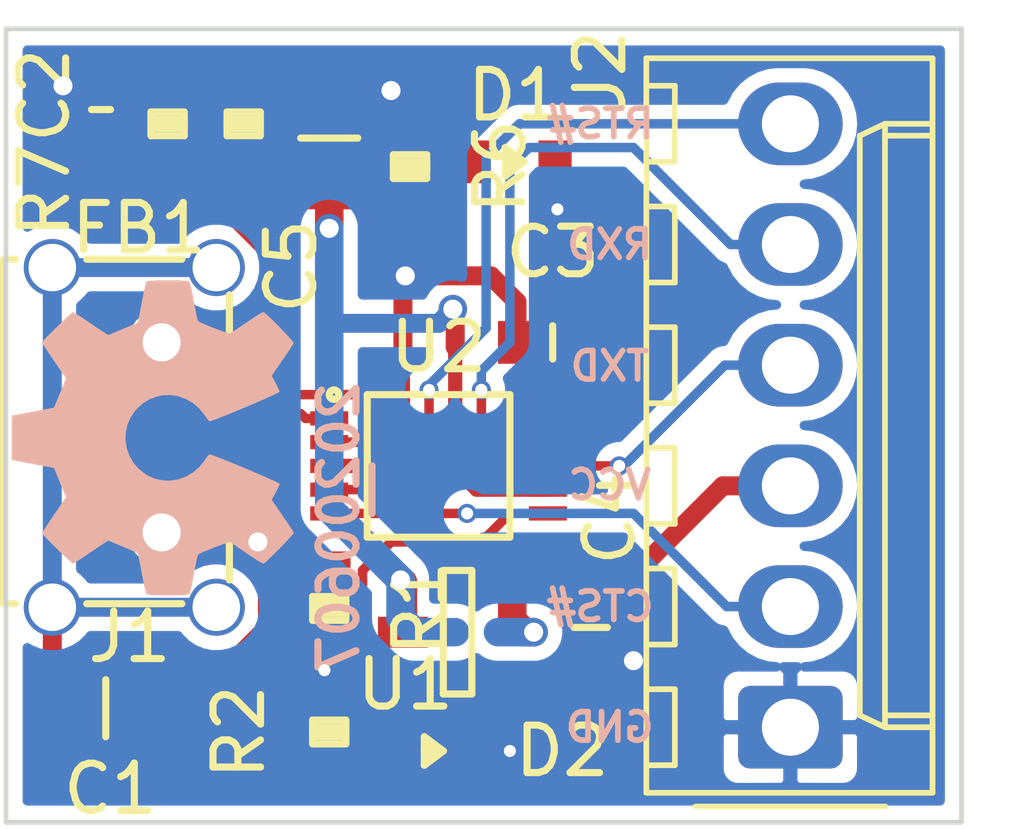
<source format=kicad_pcb>
(kicad_pcb (version 20171130) (host pcbnew 5.1.6-c6e7f7d~86~ubuntu19.10.1)

  (general
    (thickness 1.6)
    (drawings 4)
    (tracks 168)
    (zones 0)
    (modules 18)
    (nets 18)
  )

  (page A4)
  (layers
    (0 F.Cu signal)
    (31 B.Cu signal)
    (32 B.Adhes user)
    (33 F.Adhes user)
    (34 B.Paste user)
    (35 F.Paste user)
    (36 B.SilkS user)
    (37 F.SilkS user)
    (38 B.Mask user)
    (39 F.Mask user)
    (40 Dwgs.User user)
    (41 Cmts.User user)
    (42 Eco1.User user)
    (43 Eco2.User user)
    (44 Edge.Cuts user)
    (45 Margin user)
    (46 B.CrtYd user)
    (47 F.CrtYd user hide)
    (48 B.Fab user)
    (49 F.Fab user)
  )

  (setup
    (last_trace_width 0.1524)
    (user_trace_width 0.1524)
    (user_trace_width 0.2)
    (user_trace_width 0.3)
    (user_trace_width 0.4)
    (user_trace_width 0.6)
    (user_trace_width 1)
    (user_trace_width 1.5)
    (user_trace_width 2)
    (trace_clearance 0.1524)
    (zone_clearance 0.508)
    (zone_45_only no)
    (trace_min 0.1524)
    (via_size 0.381)
    (via_drill 0.254)
    (via_min_size 0.381)
    (via_min_drill 0.254)
    (user_via 0.4 0.254)
    (user_via 0.6 0.4)
    (user_via 0.8 0.6)
    (user_via 1 0.8)
    (user_via 1.3 1)
    (user_via 1.5 1.2)
    (user_via 1.7 1.4)
    (user_via 1.9 1.6)
    (uvia_size 0.381)
    (uvia_drill 0.254)
    (uvias_allowed no)
    (uvia_min_size 0.381)
    (uvia_min_drill 0.254)
    (edge_width 0.15)
    (segment_width 0.2)
    (pcb_text_width 0.3)
    (pcb_text_size 1.5 1.5)
    (mod_edge_width 0.15)
    (mod_text_size 1 1)
    (mod_text_width 0.15)
    (pad_size 1.524 1.524)
    (pad_drill 0.762)
    (pad_to_mask_clearance 0.1)
    (solder_mask_min_width 0.05)
    (pad_to_paste_clearance_ratio -0.15)
    (aux_axis_origin 0 0)
    (visible_elements FFFFFF7F)
    (pcbplotparams
      (layerselection 0x010fc_ffffffff)
      (usegerberextensions true)
      (usegerberattributes false)
      (usegerberadvancedattributes false)
      (creategerberjobfile false)
      (excludeedgelayer true)
      (linewidth 0.100000)
      (plotframeref false)
      (viasonmask false)
      (mode 1)
      (useauxorigin false)
      (hpglpennumber 1)
      (hpglpenspeed 20)
      (hpglpendiameter 15.000000)
      (psnegative false)
      (psa4output false)
      (plotreference true)
      (plotvalue true)
      (plotinvisibletext false)
      (padsonsilk false)
      (subtractmaskfromsilk false)
      (outputformat 1)
      (mirror false)
      (drillshape 0)
      (scaleselection 1)
      (outputdirectory "OSH_Park_2_layer_plots"))
  )

  (net 0 "")
  (net 1 /VSS)
  (net 2 "Net-(C1-Pad1)")
  (net 3 /VBUS)
  (net 4 /VDD)
  (net 5 "Net-(J1-Pad4)")
  (net 6 /USB_DP)
  (net 7 /USB_DM)
  (net 8 /CTSI)
  (net 9 /TXO)
  (net 10 /RXI)
  (net 11 /RTSO)
  (net 12 "Net-(D1-Pad2)")
  (net 13 "Net-(FB1-Pad2)")
  (net 14 /VDDCONN)
  (net 15 "Net-(D2-Pad2)")
  (net 16 /ACT)
  (net 17 /V3)

  (net_class Default "This is the default net class."
    (clearance 0.1524)
    (trace_width 0.1524)
    (via_dia 0.381)
    (via_drill 0.254)
    (uvia_dia 0.381)
    (uvia_drill 0.254)
    (add_net /ACT)
    (add_net /CTSI)
    (add_net /RTSO)
    (add_net /RXI)
    (add_net /TXO)
    (add_net /USB_DM)
    (add_net /USB_DP)
    (add_net /V3)
    (add_net /VBUS)
    (add_net /VDD)
    (add_net /VDDCONN)
    (add_net /VSS)
    (add_net "Net-(C1-Pad1)")
    (add_net "Net-(D1-Pad2)")
    (add_net "Net-(D2-Pad2)")
    (add_net "Net-(FB1-Pad2)")
    (add_net "Net-(J1-Pad4)")
  )

  (module SquantorIC:MSOP-10 (layer F.Cu) (tedit 5C993A76) (tstamp 5EDD658C)
    (at 150.1 91.8)
    (path /5EDDAB79)
    (fp_text reference U2 (at 0 -2.5) (layer F.SilkS)
      (effects (font (size 1 1) (thickness 0.15)))
    )
    (fp_text value CH340E (at 0 2.6) (layer F.Fab)
      (effects (font (size 1 1) (thickness 0.15)))
    )
    (fp_line (start 2.5 0.05) (end 1.5 0.05) (layer F.Fab) (width 0.1))
    (fp_line (start 2.5 -0.05) (end 2.5 0.05) (layer F.Fab) (width 0.1))
    (fp_line (start 1.5 -0.05) (end 2.5 -0.05) (layer F.Fab) (width 0.1))
    (fp_line (start -1.5 1.5) (end -1.5 -1.5) (layer F.SilkS) (width 0.15))
    (fp_line (start 1.5 1.5) (end -1.5 1.5) (layer F.SilkS) (width 0.15))
    (fp_line (start 1.5 -1.5) (end 1.5 1.5) (layer F.SilkS) (width 0.15))
    (fp_line (start -1.5 -1.5) (end 1.5 -1.5) (layer F.SilkS) (width 0.15))
    (fp_line (start 2.5 -0.55) (end 2.5 -0.45) (layer F.Fab) (width 0.1))
    (fp_line (start 2.5 -0.45) (end 1.5 -0.45) (layer F.Fab) (width 0.1))
    (fp_line (start 1.5 -0.55) (end 2.5 -0.55) (layer F.Fab) (width 0.1))
    (fp_line (start 2.5 -0.95) (end 1.5 -0.95) (layer F.Fab) (width 0.1))
    (fp_line (start 2.5 -1.05) (end 2.5 -0.95) (layer F.Fab) (width 0.1))
    (fp_line (start 1.5 -1.05) (end 2.5 -1.05) (layer F.Fab) (width 0.1))
    (fp_line (start 2.5 0.55) (end 1.5 0.55) (layer F.Fab) (width 0.1))
    (fp_line (start 1.5 0.45) (end 2.5 0.45) (layer F.Fab) (width 0.1))
    (fp_line (start 2.5 0.45) (end 2.5 0.55) (layer F.Fab) (width 0.1))
    (fp_line (start 1.5 0.95) (end 2.5 0.95) (layer F.Fab) (width 0.1))
    (fp_line (start 2.5 0.95) (end 2.5 1.05) (layer F.Fab) (width 0.1))
    (fp_line (start 2.5 1.05) (end 1.5 1.05) (layer F.Fab) (width 0.1))
    (fp_line (start -2.5 -0.05) (end -1.5 -0.05) (layer F.Fab) (width 0.1))
    (fp_line (start -1.5 0.05) (end -2.5 0.05) (layer F.Fab) (width 0.1))
    (fp_line (start -2.5 0.05) (end -2.5 -0.05) (layer F.Fab) (width 0.1))
    (fp_line (start -2.5 -0.55) (end -1.5 -0.55) (layer F.Fab) (width 0.1))
    (fp_line (start -1.5 -0.45) (end -2.5 -0.45) (layer F.Fab) (width 0.1))
    (fp_line (start -2.5 -0.45) (end -2.5 -0.55) (layer F.Fab) (width 0.1))
    (fp_line (start -2.5 -0.95) (end -2.5 -1.05) (layer F.Fab) (width 0.1))
    (fp_line (start -1.5 -0.95) (end -2.5 -0.95) (layer F.Fab) (width 0.1))
    (fp_line (start -2.5 -1.05) (end -1.5 -1.05) (layer F.Fab) (width 0.1))
    (fp_line (start -2.5 0.45) (end -1.5 0.45) (layer F.Fab) (width 0.1))
    (fp_line (start -2.5 0.55) (end -2.5 0.45) (layer F.Fab) (width 0.1))
    (fp_line (start -1.5 0.55) (end -2.5 0.55) (layer F.Fab) (width 0.1))
    (fp_line (start -2.5 1.05) (end -2.5 0.95) (layer F.Fab) (width 0.1))
    (fp_line (start -2.5 0.95) (end -1.5 0.95) (layer F.Fab) (width 0.1))
    (fp_line (start -1.5 1.05) (end -2.5 1.05) (layer F.Fab) (width 0.1))
    (fp_circle (center -2.2 -1.5) (end -2.1 -1.5) (layer F.SilkS) (width 0.15))
    (fp_line (start -3 -1.8) (end 3 -1.8) (layer F.CrtYd) (width 0.05))
    (fp_line (start 3 -1.8) (end 3 1.8) (layer F.CrtYd) (width 0.05))
    (fp_line (start 3 1.8) (end -3 1.8) (layer F.CrtYd) (width 0.05))
    (fp_line (start -3 1.8) (end -3 -1.8) (layer F.CrtYd) (width 0.05))
    (pad 10 smd rect (at 2.3 -1) (size 0.8 0.3) (layers F.Cu F.Paste F.Mask)
      (net 17 /V3))
    (pad 9 smd rect (at 2.3 -0.5) (size 0.8 0.3) (layers F.Cu F.Paste F.Mask)
      (net 10 /RXI))
    (pad 8 smd rect (at 2.3 0) (size 0.8 0.3) (layers F.Cu F.Paste F.Mask)
      (net 9 /TXO))
    (pad 7 smd rect (at 2.3 0.5) (size 0.8 0.3) (layers F.Cu F.Paste F.Mask)
      (net 17 /V3))
    (pad 6 smd rect (at 2.3 1) (size 0.8 0.3) (layers F.Cu F.Paste F.Mask)
      (net 16 /ACT))
    (pad 5 smd rect (at -2.3 1) (size 0.8 0.3) (layers F.Cu F.Paste F.Mask)
      (net 8 /CTSI))
    (pad 4 smd rect (at -2.3 0.5) (size 0.8 0.3) (layers F.Cu F.Paste F.Mask)
      (net 11 /RTSO))
    (pad 3 smd rect (at -2.3 0) (size 0.8 0.3) (layers F.Cu F.Paste F.Mask)
      (net 1 /VSS))
    (pad 2 smd rect (at -2.3 -0.5) (size 0.8 0.3) (layers F.Cu F.Paste F.Mask)
      (net 7 /USB_DM))
    (pad 1 smd rect (at -2.3 -1) (size 0.8 0.3) (layers F.Cu F.Paste F.Mask)
      (net 6 /USB_DP))
  )

  (module SquantorRcl:R_0603_hand (layer F.Cu) (tedit 5D440259) (tstamp 5C9AEAD0)
    (at 149.5 85.5 270)
    (descr "Resistor SMD 0603, reflow soldering, Vishay (see dcrcw.pdf)")
    (tags "resistor 0603")
    (path /5CA52544)
    (attr smd)
    (fp_text reference R6 (at 0 -1.9 90) (layer F.SilkS)
      (effects (font (size 1 1) (thickness 0.15)))
    )
    (fp_text value 1K (at 0 1.9 90) (layer F.Fab)
      (effects (font (size 1 1) (thickness 0.15)))
    )
    (fp_line (start -0.8 0.4) (end -0.8 -0.4) (layer F.Fab) (width 0.1))
    (fp_line (start 0.8 0.4) (end -0.8 0.4) (layer F.Fab) (width 0.1))
    (fp_line (start 0.8 -0.4) (end 0.8 0.4) (layer F.Fab) (width 0.1))
    (fp_line (start -0.8 -0.4) (end 0.8 -0.4) (layer F.Fab) (width 0.1))
    (fp_line (start -1.45 -0.75) (end 1.45 -0.75) (layer F.CrtYd) (width 0.05))
    (fp_line (start -1.45 0.75) (end 1.45 0.75) (layer F.CrtYd) (width 0.05))
    (fp_line (start -1.45 -0.75) (end -1.45 0.75) (layer F.CrtYd) (width 0.05))
    (fp_line (start 1.45 -0.75) (end 1.45 0.75) (layer F.CrtYd) (width 0.05))
    (fp_line (start 0.25 -0.35) (end 0.25 0.35) (layer F.SilkS) (width 0.15))
    (fp_line (start -0.25 0.35) (end -0.25 -0.35) (layer F.SilkS) (width 0.15))
    (fp_line (start -0.25 -0.35) (end 0.25 -0.35) (layer F.SilkS) (width 0.15))
    (fp_line (start 0.25 0.35) (end -0.25 0.35) (layer F.SilkS) (width 0.15))
    (fp_line (start -0.1 0.35) (end -0.1 -0.35) (layer F.SilkS) (width 0.15))
    (fp_line (start -0.1 -0.35) (end 0.1 -0.35) (layer F.SilkS) (width 0.15))
    (fp_line (start 0.1 -0.35) (end 0.1 0.35) (layer F.SilkS) (width 0.15))
    (fp_line (start 0 0.35) (end 0 -0.35) (layer F.SilkS) (width 0.15))
    (pad 2 smd rect (at 0.85 0 270) (size 0.7 0.9) (layers F.Cu F.Paste F.Mask)
      (net 4 /VDD))
    (pad 1 smd rect (at -0.85 0 270) (size 0.7 0.9) (layers F.Cu F.Paste F.Mask)
      (net 12 "Net-(D1-Pad2)"))
    (model ${KISYS3DMOD}/Resistor_SMD.3dshapes/R_0603_1608Metric.step
      (at (xyz 0 0 0))
      (scale (xyz 1 1 1))
      (rotate (xyz 0 0 0))
    )
  )

  (module SquantorRcl:R_0603_hand (layer F.Cu) (tedit 5D440259) (tstamp 5CA2367B)
    (at 147.8 97.4 90)
    (descr "Resistor SMD 0603, reflow soldering, Vishay (see dcrcw.pdf)")
    (tags "resistor 0603")
    (path /5CA5FAB5)
    (attr smd)
    (fp_text reference R2 (at 0 -1.9 90) (layer F.SilkS)
      (effects (font (size 1 1) (thickness 0.15)))
    )
    (fp_text value 1K (at 0 1.9 90) (layer F.Fab)
      (effects (font (size 1 1) (thickness 0.15)))
    )
    (fp_line (start -0.8 0.4) (end -0.8 -0.4) (layer F.Fab) (width 0.1))
    (fp_line (start 0.8 0.4) (end -0.8 0.4) (layer F.Fab) (width 0.1))
    (fp_line (start 0.8 -0.4) (end 0.8 0.4) (layer F.Fab) (width 0.1))
    (fp_line (start -0.8 -0.4) (end 0.8 -0.4) (layer F.Fab) (width 0.1))
    (fp_line (start -1.45 -0.75) (end 1.45 -0.75) (layer F.CrtYd) (width 0.05))
    (fp_line (start -1.45 0.75) (end 1.45 0.75) (layer F.CrtYd) (width 0.05))
    (fp_line (start -1.45 -0.75) (end -1.45 0.75) (layer F.CrtYd) (width 0.05))
    (fp_line (start 1.45 -0.75) (end 1.45 0.75) (layer F.CrtYd) (width 0.05))
    (fp_line (start 0.25 -0.35) (end 0.25 0.35) (layer F.SilkS) (width 0.15))
    (fp_line (start -0.25 0.35) (end -0.25 -0.35) (layer F.SilkS) (width 0.15))
    (fp_line (start -0.25 -0.35) (end 0.25 -0.35) (layer F.SilkS) (width 0.15))
    (fp_line (start 0.25 0.35) (end -0.25 0.35) (layer F.SilkS) (width 0.15))
    (fp_line (start -0.1 0.35) (end -0.1 -0.35) (layer F.SilkS) (width 0.15))
    (fp_line (start -0.1 -0.35) (end 0.1 -0.35) (layer F.SilkS) (width 0.15))
    (fp_line (start 0.1 -0.35) (end 0.1 0.35) (layer F.SilkS) (width 0.15))
    (fp_line (start 0 0.35) (end 0 -0.35) (layer F.SilkS) (width 0.15))
    (pad 2 smd rect (at 0.85 0 90) (size 0.7 0.9) (layers F.Cu F.Paste F.Mask)
      (net 16 /ACT))
    (pad 1 smd rect (at -0.85 0 90) (size 0.7 0.9) (layers F.Cu F.Paste F.Mask)
      (net 15 "Net-(D2-Pad2)"))
    (model ${KISYS3DMOD}/Resistor_SMD.3dshapes/R_0603_1608Metric.step
      (at (xyz 0 0 0))
      (scale (xyz 1 1 1))
      (rotate (xyz 0 0 0))
    )
  )

  (module SquantorRcl:R_0603_hand (layer F.Cu) (tedit 5D440259) (tstamp 5C9AEAA3)
    (at 147.8 94.8 270)
    (descr "Resistor SMD 0603, reflow soldering, Vishay (see dcrcw.pdf)")
    (tags "resistor 0603")
    (path /5C92C64E)
    (attr smd)
    (fp_text reference R1 (at 0 -1.9 90) (layer F.SilkS)
      (effects (font (size 1 1) (thickness 0.15)))
    )
    (fp_text value 0 (at 0 1.9 90) (layer F.Fab)
      (effects (font (size 1 1) (thickness 0.15)))
    )
    (fp_line (start -0.8 0.4) (end -0.8 -0.4) (layer F.Fab) (width 0.1))
    (fp_line (start 0.8 0.4) (end -0.8 0.4) (layer F.Fab) (width 0.1))
    (fp_line (start 0.8 -0.4) (end 0.8 0.4) (layer F.Fab) (width 0.1))
    (fp_line (start -0.8 -0.4) (end 0.8 -0.4) (layer F.Fab) (width 0.1))
    (fp_line (start -1.45 -0.75) (end 1.45 -0.75) (layer F.CrtYd) (width 0.05))
    (fp_line (start -1.45 0.75) (end 1.45 0.75) (layer F.CrtYd) (width 0.05))
    (fp_line (start -1.45 -0.75) (end -1.45 0.75) (layer F.CrtYd) (width 0.05))
    (fp_line (start 1.45 -0.75) (end 1.45 0.75) (layer F.CrtYd) (width 0.05))
    (fp_line (start 0.25 -0.35) (end 0.25 0.35) (layer F.SilkS) (width 0.15))
    (fp_line (start -0.25 0.35) (end -0.25 -0.35) (layer F.SilkS) (width 0.15))
    (fp_line (start -0.25 -0.35) (end 0.25 -0.35) (layer F.SilkS) (width 0.15))
    (fp_line (start 0.25 0.35) (end -0.25 0.35) (layer F.SilkS) (width 0.15))
    (fp_line (start -0.1 0.35) (end -0.1 -0.35) (layer F.SilkS) (width 0.15))
    (fp_line (start -0.1 -0.35) (end 0.1 -0.35) (layer F.SilkS) (width 0.15))
    (fp_line (start 0.1 -0.35) (end 0.1 0.35) (layer F.SilkS) (width 0.15))
    (fp_line (start 0 0.35) (end 0 -0.35) (layer F.SilkS) (width 0.15))
    (pad 2 smd rect (at 0.85 0 270) (size 0.7 0.9) (layers F.Cu F.Paste F.Mask)
      (net 1 /VSS))
    (pad 1 smd rect (at -0.85 0 270) (size 0.7 0.9) (layers F.Cu F.Paste F.Mask)
      (net 5 "Net-(J1-Pad4)"))
    (model ${KISYS3DMOD}/Resistor_SMD.3dshapes/R_0603_1608Metric.step
      (at (xyz 0 0 0))
      (scale (xyz 1 1 1))
      (rotate (xyz 0 0 0))
    )
  )

  (module SquantorLabels:Label_Generic (layer B.Cu) (tedit 5D8A7D4C) (tstamp 5C99BF8B)
    (at 148.1 92.3 270)
    (descr "Label for general purpose use")
    (tags Label)
    (path /5A1357A5)
    (attr smd)
    (fp_text reference N2 (at 0 -1.85 90) (layer B.Fab) hide
      (effects (font (size 1 1) (thickness 0.15)) (justify mirror))
    )
    (fp_text value 20200607 (at 0.8 0.1 90) (layer B.SilkS)
      (effects (font (size 0.8 0.8) (thickness 0.15)) (justify mirror))
    )
    (fp_line (start -0.5 -0.6) (end 0.5 -0.6) (layer B.SilkS) (width 0.15))
  )

  (module Symbol:OSHW-Symbol_6.7x6mm_SilkScreen (layer B.Cu) (tedit 0) (tstamp 5CA1EFC0)
    (at 144.1 91.2 270)
    (descr "Open Source Hardware Symbol")
    (tags "Logo Symbol OSHW")
    (path /5A135869)
    (attr virtual)
    (fp_text reference N1 (at 0 0 90) (layer B.SilkS) hide
      (effects (font (size 1 1) (thickness 0.15)) (justify mirror))
    )
    (fp_text value OHWLOGO (at 0.75 0 90) (layer B.Fab) hide
      (effects (font (size 1 1) (thickness 0.15)) (justify mirror))
    )
    (fp_poly (pts (xy 0.555814 2.531069) (xy 0.639635 2.086445) (xy 0.94892 1.958947) (xy 1.258206 1.831449)
      (xy 1.629246 2.083754) (xy 1.733157 2.154004) (xy 1.827087 2.216728) (xy 1.906652 2.269062)
      (xy 1.96747 2.308143) (xy 2.005157 2.331107) (xy 2.015421 2.336058) (xy 2.03391 2.323324)
      (xy 2.07342 2.288118) (xy 2.129522 2.234938) (xy 2.197787 2.168282) (xy 2.273786 2.092646)
      (xy 2.353092 2.012528) (xy 2.431275 1.932426) (xy 2.503907 1.856836) (xy 2.566559 1.790255)
      (xy 2.614803 1.737182) (xy 2.64421 1.702113) (xy 2.651241 1.690377) (xy 2.641123 1.66874)
      (xy 2.612759 1.621338) (xy 2.569129 1.552807) (xy 2.513218 1.467785) (xy 2.448006 1.370907)
      (xy 2.410219 1.31565) (xy 2.341343 1.214752) (xy 2.28014 1.123701) (xy 2.229578 1.04703)
      (xy 2.192628 0.989272) (xy 2.172258 0.954957) (xy 2.169197 0.947746) (xy 2.176136 0.927252)
      (xy 2.195051 0.879487) (xy 2.223087 0.811168) (xy 2.257391 0.729011) (xy 2.295109 0.63973)
      (xy 2.333387 0.550042) (xy 2.36937 0.466662) (xy 2.400206 0.396306) (xy 2.423039 0.34569)
      (xy 2.435017 0.321529) (xy 2.435724 0.320578) (xy 2.454531 0.315964) (xy 2.504618 0.305672)
      (xy 2.580793 0.290713) (xy 2.677865 0.272099) (xy 2.790643 0.250841) (xy 2.856442 0.238582)
      (xy 2.97695 0.215638) (xy 3.085797 0.193805) (xy 3.177476 0.174278) (xy 3.246481 0.158252)
      (xy 3.287304 0.146921) (xy 3.295511 0.143326) (xy 3.303548 0.118994) (xy 3.310033 0.064041)
      (xy 3.31497 -0.015108) (xy 3.318364 -0.112026) (xy 3.320218 -0.220287) (xy 3.320538 -0.333465)
      (xy 3.319327 -0.445135) (xy 3.31659 -0.548868) (xy 3.312331 -0.638241) (xy 3.306555 -0.706826)
      (xy 3.299267 -0.748197) (xy 3.294895 -0.75681) (xy 3.268764 -0.767133) (xy 3.213393 -0.781892)
      (xy 3.136107 -0.799352) (xy 3.04423 -0.81778) (xy 3.012158 -0.823741) (xy 2.857524 -0.852066)
      (xy 2.735375 -0.874876) (xy 2.641673 -0.89308) (xy 2.572384 -0.907583) (xy 2.523471 -0.919292)
      (xy 2.490897 -0.929115) (xy 2.470628 -0.937956) (xy 2.458626 -0.946724) (xy 2.456947 -0.948457)
      (xy 2.440184 -0.976371) (xy 2.414614 -1.030695) (xy 2.382788 -1.104777) (xy 2.34726 -1.191965)
      (xy 2.310583 -1.285608) (xy 2.275311 -1.379052) (xy 2.243996 -1.465647) (xy 2.219193 -1.53874)
      (xy 2.203454 -1.591678) (xy 2.199332 -1.617811) (xy 2.199676 -1.618726) (xy 2.213641 -1.640086)
      (xy 2.245322 -1.687084) (xy 2.291391 -1.754827) (xy 2.348518 -1.838423) (xy 2.413373 -1.932982)
      (xy 2.431843 -1.959854) (xy 2.497699 -2.057275) (xy 2.55565 -2.146163) (xy 2.602538 -2.221412)
      (xy 2.635207 -2.27792) (xy 2.6505 -2.310581) (xy 2.651241 -2.314593) (xy 2.638392 -2.335684)
      (xy 2.602888 -2.377464) (xy 2.549293 -2.435445) (xy 2.482171 -2.505135) (xy 2.406087 -2.582045)
      (xy 2.325604 -2.661683) (xy 2.245287 -2.739561) (xy 2.169699 -2.811186) (xy 2.103405 -2.87207)
      (xy 2.050969 -2.917721) (xy 2.016955 -2.94365) (xy 2.007545 -2.947883) (xy 1.985643 -2.937912)
      (xy 1.9408 -2.91102) (xy 1.880321 -2.871736) (xy 1.833789 -2.840117) (xy 1.749475 -2.782098)
      (xy 1.649626 -2.713784) (xy 1.549473 -2.645579) (xy 1.495627 -2.609075) (xy 1.313371 -2.4858)
      (xy 1.160381 -2.56852) (xy 1.090682 -2.604759) (xy 1.031414 -2.632926) (xy 0.991311 -2.648991)
      (xy 0.981103 -2.651226) (xy 0.968829 -2.634722) (xy 0.944613 -2.588082) (xy 0.910263 -2.515609)
      (xy 0.867588 -2.421606) (xy 0.818394 -2.310374) (xy 0.76449 -2.186215) (xy 0.707684 -2.053432)
      (xy 0.649782 -1.916327) (xy 0.592593 -1.779202) (xy 0.537924 -1.646358) (xy 0.487584 -1.522098)
      (xy 0.44338 -1.410725) (xy 0.407119 -1.316539) (xy 0.380609 -1.243844) (xy 0.365658 -1.196941)
      (xy 0.363254 -1.180833) (xy 0.382311 -1.160286) (xy 0.424036 -1.126933) (xy 0.479706 -1.087702)
      (xy 0.484378 -1.084599) (xy 0.628264 -0.969423) (xy 0.744283 -0.835053) (xy 0.83143 -0.685784)
      (xy 0.888699 -0.525913) (xy 0.915086 -0.359737) (xy 0.909585 -0.191552) (xy 0.87119 -0.025655)
      (xy 0.798895 0.133658) (xy 0.777626 0.168513) (xy 0.666996 0.309263) (xy 0.536302 0.422286)
      (xy 0.390064 0.506997) (xy 0.232808 0.562806) (xy 0.069057 0.589126) (xy -0.096667 0.58537)
      (xy -0.259838 0.55095) (xy -0.415935 0.485277) (xy -0.560433 0.387765) (xy -0.605131 0.348187)
      (xy -0.718888 0.224297) (xy -0.801782 0.093876) (xy -0.858644 -0.052315) (xy -0.890313 -0.197088)
      (xy -0.898131 -0.35986) (xy -0.872062 -0.52344) (xy -0.814755 -0.682298) (xy -0.728856 -0.830906)
      (xy -0.617014 -0.963735) (xy -0.481877 -1.075256) (xy -0.464117 -1.087011) (xy -0.40785 -1.125508)
      (xy -0.365077 -1.158863) (xy -0.344628 -1.18016) (xy -0.344331 -1.180833) (xy -0.348721 -1.203871)
      (xy -0.366124 -1.256157) (xy -0.394732 -1.33339) (xy -0.432735 -1.431268) (xy -0.478326 -1.545491)
      (xy -0.529697 -1.671758) (xy -0.585038 -1.805767) (xy -0.642542 -1.943218) (xy -0.700399 -2.079808)
      (xy -0.756802 -2.211237) (xy -0.809942 -2.333205) (xy -0.85801 -2.441409) (xy -0.899199 -2.531549)
      (xy -0.931699 -2.599323) (xy -0.953703 -2.64043) (xy -0.962564 -2.651226) (xy -0.98964 -2.642819)
      (xy -1.040303 -2.620272) (xy -1.105817 -2.587613) (xy -1.141841 -2.56852) (xy -1.294832 -2.4858)
      (xy -1.477088 -2.609075) (xy -1.570125 -2.672228) (xy -1.671985 -2.741727) (xy -1.767438 -2.807165)
      (xy -1.81525 -2.840117) (xy -1.882495 -2.885273) (xy -1.939436 -2.921057) (xy -1.978646 -2.942938)
      (xy -1.991381 -2.947563) (xy -2.009917 -2.935085) (xy -2.050941 -2.900252) (xy -2.110475 -2.846678)
      (xy -2.184542 -2.777983) (xy -2.269165 -2.697781) (xy -2.322685 -2.646286) (xy -2.416319 -2.554286)
      (xy -2.497241 -2.471999) (xy -2.562177 -2.402945) (xy -2.607858 -2.350644) (xy -2.631011 -2.318616)
      (xy -2.633232 -2.312116) (xy -2.622924 -2.287394) (xy -2.594439 -2.237405) (xy -2.550937 -2.167212)
      (xy -2.495577 -2.081875) (xy -2.43152 -1.986456) (xy -2.413303 -1.959854) (xy -2.346927 -1.863167)
      (xy -2.287378 -1.776117) (xy -2.237984 -1.703595) (xy -2.202075 -1.650493) (xy -2.182981 -1.621703)
      (xy -2.181136 -1.618726) (xy -2.183895 -1.595782) (xy -2.198538 -1.545336) (xy -2.222513 -1.474041)
      (xy -2.253266 -1.388547) (xy -2.288244 -1.295507) (xy -2.324893 -1.201574) (xy -2.360661 -1.113399)
      (xy -2.392994 -1.037634) (xy -2.419338 -0.980931) (xy -2.437142 -0.949943) (xy -2.438407 -0.948457)
      (xy -2.449294 -0.939601) (xy -2.467682 -0.930843) (xy -2.497606 -0.921277) (xy -2.543103 -0.909996)
      (xy -2.608209 -0.896093) (xy -2.696961 -0.878663) (xy -2.813393 -0.856798) (xy -2.961542 -0.829591)
      (xy -2.993618 -0.823741) (xy -3.088686 -0.805374) (xy -3.171565 -0.787405) (xy -3.23493 -0.771569)
      (xy -3.271458 -0.7596) (xy -3.276356 -0.75681) (xy -3.284427 -0.732072) (xy -3.290987 -0.67679)
      (xy -3.296033 -0.597389) (xy -3.299559 -0.500296) (xy -3.301561 -0.391938) (xy -3.302036 -0.27874)
      (xy -3.300977 -0.167128) (xy -3.298382 -0.063529) (xy -3.294246 0.025632) (xy -3.288563 0.093928)
      (xy -3.281331 0.134934) (xy -3.276971 0.143326) (xy -3.252698 0.151792) (xy -3.197426 0.165565)
      (xy -3.116662 0.18345) (xy -3.015912 0.204252) (xy -2.900683 0.226777) (xy -2.837902 0.238582)
      (xy -2.718787 0.260849) (xy -2.612565 0.281021) (xy -2.524427 0.298085) (xy -2.459566 0.311031)
      (xy -2.423174 0.318845) (xy -2.417184 0.320578) (xy -2.407061 0.34011) (xy -2.385662 0.387157)
      (xy -2.355839 0.454997) (xy -2.320445 0.536909) (xy -2.282332 0.626172) (xy -2.244353 0.716065)
      (xy -2.20936 0.799865) (xy -2.180206 0.870853) (xy -2.159743 0.922306) (xy -2.150823 0.947503)
      (xy -2.150657 0.948604) (xy -2.160769 0.968481) (xy -2.189117 1.014223) (xy -2.232723 1.081283)
      (xy -2.288606 1.165116) (xy -2.353787 1.261174) (xy -2.391679 1.31635) (xy -2.460725 1.417519)
      (xy -2.52205 1.50937) (xy -2.572663 1.587256) (xy -2.609571 1.646531) (xy -2.629782 1.682549)
      (xy -2.632701 1.690623) (xy -2.620153 1.709416) (xy -2.585463 1.749543) (xy -2.533063 1.806507)
      (xy -2.467384 1.875815) (xy -2.392856 1.952969) (xy -2.313913 2.033475) (xy -2.234983 2.112837)
      (xy -2.1605 2.18656) (xy -2.094894 2.250148) (xy -2.042596 2.299106) (xy -2.008039 2.328939)
      (xy -1.996478 2.336058) (xy -1.977654 2.326047) (xy -1.932631 2.297922) (xy -1.865787 2.254546)
      (xy -1.781499 2.198782) (xy -1.684144 2.133494) (xy -1.610707 2.083754) (xy -1.239667 1.831449)
      (xy -0.621095 2.086445) (xy -0.537275 2.531069) (xy -0.453454 2.975693) (xy 0.471994 2.975693)
      (xy 0.555814 2.531069)) (layer B.SilkS) (width 0.01))
  )

  (module SquantorRcl:C_0603 (layer F.Cu) (tedit 5D4422AA) (tstamp 5EDD63B0)
    (at 152.5 89.2)
    (descr "Capacitor SMD 0603, reflow soldering, AVX (see smccp.pdf)")
    (tags "capacitor 0603")
    (path /5EDDAB73)
    (attr smd)
    (fp_text reference C3 (at 0 -1.9) (layer F.SilkS)
      (effects (font (size 1 1) (thickness 0.15)))
    )
    (fp_text value 1u (at 0 1.9) (layer F.Fab)
      (effects (font (size 1 1) (thickness 0.15)))
    )
    (fp_line (start -0.8 0.4) (end -0.8 -0.4) (layer F.Fab) (width 0.1))
    (fp_line (start 0.8 0.4) (end -0.8 0.4) (layer F.Fab) (width 0.1))
    (fp_line (start 0.8 -0.4) (end 0.8 0.4) (layer F.Fab) (width 0.1))
    (fp_line (start -0.8 -0.4) (end 0.8 -0.4) (layer F.Fab) (width 0.1))
    (fp_line (start -1.4 -0.7) (end 1.4 -0.7) (layer F.CrtYd) (width 0.05))
    (fp_line (start -1.4 0.7) (end 1.4 0.7) (layer F.CrtYd) (width 0.05))
    (fp_line (start -1.4 -0.7) (end -1.4 0.7) (layer F.CrtYd) (width 0.05))
    (fp_line (start 1.4 -0.7) (end 1.4 0.7) (layer F.CrtYd) (width 0.05))
    (fp_line (start 0 -0.35) (end 0 0.35) (layer F.SilkS) (width 0.15))
    (pad 2 smd rect (at 0.75 0) (size 0.8 0.9) (layers F.Cu F.Paste F.Mask)
      (net 17 /V3))
    (pad 1 smd rect (at -0.75 0) (size 0.8 0.9) (layers F.Cu F.Paste F.Mask)
      (net 1 /VSS))
    (model ${KISYS3DMOD}/Capacitor_SMD.3dshapes/C_0603_1608Metric.step
      (at (xyz 0 0 0))
      (scale (xyz 1 1 1))
      (rotate (xyz 0 0 0))
    )
  )

  (module SquantorRcl:C_0805 (layer F.Cu) (tedit 5D87C73D) (tstamp 5C99AAB6)
    (at 143.1 96.9)
    (descr "Capacitor SMD 0805, reflow soldering, AVX (see smccp.pdf)")
    (tags "capacitor 0805")
    (path /5C92E663)
    (attr smd)
    (fp_text reference C1 (at 0.1 1.7) (layer F.SilkS)
      (effects (font (size 1 1) (thickness 0.15)))
    )
    (fp_text value 100n (at 0 1.7) (layer F.Fab)
      (effects (font (size 1 1) (thickness 0.15)))
    )
    (fp_line (start -0.9 0.625) (end -0.9 -0.625) (layer F.Fab) (width 0.1))
    (fp_line (start 0.9 0.625) (end -0.9 0.625) (layer F.Fab) (width 0.1))
    (fp_line (start 0.9 -0.625) (end 0.9 0.625) (layer F.Fab) (width 0.1))
    (fp_line (start -0.9 -0.625) (end 0.9 -0.625) (layer F.Fab) (width 0.1))
    (fp_line (start -1.75 -0.95) (end 1.75 -0.95) (layer F.CrtYd) (width 0.05))
    (fp_line (start -1.75 0.95) (end 1.75 0.95) (layer F.CrtYd) (width 0.05))
    (fp_line (start -1.75 -0.95) (end -1.75 0.95) (layer F.CrtYd) (width 0.05))
    (fp_line (start 1.75 -0.95) (end 1.75 0.95) (layer F.CrtYd) (width 0.05))
    (fp_line (start 0 -0.6) (end 0 0.6) (layer F.SilkS) (width 0.15))
    (pad 2 smd rect (at 1 0) (size 1 1.35) (layers F.Cu F.Paste F.Mask)
      (net 1 /VSS))
    (pad 1 smd rect (at -1 0) (size 1 1.35) (layers F.Cu F.Paste F.Mask)
      (net 2 "Net-(C1-Pad1)"))
    (model ${KISYS3DMOD}/Capacitor_SMD.3dshapes/C_0805_2012Metric.step
      (at (xyz 0 0 0))
      (scale (xyz 1 1 1))
      (rotate (xyz 0 0 0))
    )
  )

  (module SquantorRcl:C_0603 (layer F.Cu) (tedit 5D4422AA) (tstamp 5CA23EEE)
    (at 153.3 95.2 270)
    (descr "Capacitor SMD 0603, reflow soldering, AVX (see smccp.pdf)")
    (tags "capacitor 0603")
    (path /5CA0EAEE)
    (attr smd)
    (fp_text reference C4 (at -2.3 -0.4 270) (layer F.SilkS)
      (effects (font (size 1 1) (thickness 0.15)))
    )
    (fp_text value 1u (at -2.3 -0.4 270) (layer F.Fab)
      (effects (font (size 1 1) (thickness 0.15)))
    )
    (fp_line (start -0.8 0.4) (end -0.8 -0.4) (layer F.Fab) (width 0.1))
    (fp_line (start 0.8 0.4) (end -0.8 0.4) (layer F.Fab) (width 0.1))
    (fp_line (start 0.8 -0.4) (end 0.8 0.4) (layer F.Fab) (width 0.1))
    (fp_line (start -0.8 -0.4) (end 0.8 -0.4) (layer F.Fab) (width 0.1))
    (fp_line (start -1.4 -0.7) (end 1.4 -0.7) (layer F.CrtYd) (width 0.05))
    (fp_line (start -1.4 0.7) (end 1.4 0.7) (layer F.CrtYd) (width 0.05))
    (fp_line (start -1.4 -0.7) (end -1.4 0.7) (layer F.CrtYd) (width 0.05))
    (fp_line (start 1.4 -0.7) (end 1.4 0.7) (layer F.CrtYd) (width 0.05))
    (fp_line (start 0 -0.35) (end 0 0.35) (layer F.SilkS) (width 0.15))
    (pad 2 smd rect (at 0.75 0 270) (size 0.8 0.9) (layers F.Cu F.Paste F.Mask)
      (net 1 /VSS))
    (pad 1 smd rect (at -0.75 0 270) (size 0.8 0.9) (layers F.Cu F.Paste F.Mask)
      (net 17 /V3))
    (model ${KISYS3DMOD}/Capacitor_SMD.3dshapes/C_0603_1608Metric.step
      (at (xyz 0 0 0))
      (scale (xyz 1 1 1))
      (rotate (xyz 0 0 0))
    )
  )

  (module SquantorRcl:C_0805 (layer F.Cu) (tedit 5D87C73D) (tstamp 5C99AAF6)
    (at 147.8 84.9 90)
    (descr "Capacitor SMD 0805, reflow soldering, AVX (see smccp.pdf)")
    (tags "capacitor 0805")
    (path /5C9348E3)
    (attr smd)
    (fp_text reference C5 (at -2.7 -0.8 90) (layer F.SilkS)
      (effects (font (size 1 1) (thickness 0.15)))
    )
    (fp_text value 10u (at -2.6 -0.8 90) (layer F.Fab)
      (effects (font (size 1 1) (thickness 0.15)))
    )
    (fp_line (start -0.9 0.625) (end -0.9 -0.625) (layer F.Fab) (width 0.1))
    (fp_line (start 0.9 0.625) (end -0.9 0.625) (layer F.Fab) (width 0.1))
    (fp_line (start 0.9 -0.625) (end 0.9 0.625) (layer F.Fab) (width 0.1))
    (fp_line (start -0.9 -0.625) (end 0.9 -0.625) (layer F.Fab) (width 0.1))
    (fp_line (start -1.75 -0.95) (end 1.75 -0.95) (layer F.CrtYd) (width 0.05))
    (fp_line (start -1.75 0.95) (end 1.75 0.95) (layer F.CrtYd) (width 0.05))
    (fp_line (start -1.75 -0.95) (end -1.75 0.95) (layer F.CrtYd) (width 0.05))
    (fp_line (start 1.75 -0.95) (end 1.75 0.95) (layer F.CrtYd) (width 0.05))
    (fp_line (start 0 -0.6) (end 0 0.6) (layer F.SilkS) (width 0.15))
    (pad 2 smd rect (at 1 0 90) (size 1 1.35) (layers F.Cu F.Paste F.Mask)
      (net 1 /VSS))
    (pad 1 smd rect (at -1 0 90) (size 1 1.35) (layers F.Cu F.Paste F.Mask)
      (net 4 /VDD))
    (model ${KISYS3DMOD}/Capacitor_SMD.3dshapes/C_0805_2012Metric.step
      (at (xyz 0 0 0))
      (scale (xyz 1 1 1))
      (rotate (xyz 0 0 0))
    )
  )

  (module SquantorRcl:R_0603_hand (layer F.Cu) (tedit 5D440259) (tstamp 5C99AB56)
    (at 146 84.6 90)
    (descr "Resistor SMD 0603, reflow soldering, Vishay (see dcrcw.pdf)")
    (tags "resistor 0603")
    (path /5C9338DB)
    (attr smd)
    (fp_text reference FB1 (at -2.2 -2.2 180) (layer F.SilkS)
      (effects (font (size 1 1) (thickness 0.15)))
    )
    (fp_text value 600 (at -2.2 -2.3 180) (layer F.Fab)
      (effects (font (size 1 1) (thickness 0.15)))
    )
    (fp_line (start -0.8 0.4) (end -0.8 -0.4) (layer F.Fab) (width 0.1))
    (fp_line (start 0.8 0.4) (end -0.8 0.4) (layer F.Fab) (width 0.1))
    (fp_line (start 0.8 -0.4) (end 0.8 0.4) (layer F.Fab) (width 0.1))
    (fp_line (start -0.8 -0.4) (end 0.8 -0.4) (layer F.Fab) (width 0.1))
    (fp_line (start -1.45 -0.75) (end 1.45 -0.75) (layer F.CrtYd) (width 0.05))
    (fp_line (start -1.45 0.75) (end 1.45 0.75) (layer F.CrtYd) (width 0.05))
    (fp_line (start -1.45 -0.75) (end -1.45 0.75) (layer F.CrtYd) (width 0.05))
    (fp_line (start 1.45 -0.75) (end 1.45 0.75) (layer F.CrtYd) (width 0.05))
    (fp_line (start 0.25 -0.35) (end 0.25 0.35) (layer F.SilkS) (width 0.15))
    (fp_line (start -0.25 0.35) (end -0.25 -0.35) (layer F.SilkS) (width 0.15))
    (fp_line (start -0.25 -0.35) (end 0.25 -0.35) (layer F.SilkS) (width 0.15))
    (fp_line (start 0.25 0.35) (end -0.25 0.35) (layer F.SilkS) (width 0.15))
    (fp_line (start -0.1 0.35) (end -0.1 -0.35) (layer F.SilkS) (width 0.15))
    (fp_line (start -0.1 -0.35) (end 0.1 -0.35) (layer F.SilkS) (width 0.15))
    (fp_line (start 0.1 -0.35) (end 0.1 0.35) (layer F.SilkS) (width 0.15))
    (fp_line (start 0 0.35) (end 0 -0.35) (layer F.SilkS) (width 0.15))
    (pad 2 smd rect (at 0.85 0 90) (size 0.7 0.9) (layers F.Cu F.Paste F.Mask)
      (net 13 "Net-(FB1-Pad2)"))
    (pad 1 smd rect (at -0.85 0 90) (size 0.7 0.9) (layers F.Cu F.Paste F.Mask)
      (net 4 /VDD))
    (model ${KISYS3DMOD}/Resistor_SMD.3dshapes/R_0603_1608Metric.step
      (at (xyz 0 0 0))
      (scale (xyz 1 1 1))
      (rotate (xyz 0 0 0))
    )
  )

  (module SquantorUsb:USB-muB-SMD_TH (layer F.Cu) (tedit 5E237215) (tstamp 5C99AB6C)
    (at 143.7 91.2 270)
    (path /5C92FD3B)
    (fp_text reference J1 (at 4.2 0.1) (layer F.SilkS)
      (effects (font (size 1 1) (thickness 0.15)))
    )
    (fp_text value USB-ID (at 0 1.5 270) (layer F.Fab)
      (effects (font (size 1 1) (thickness 0.15)))
    )
    (fp_line (start 3.5 2.5) (end 3.5 2.75) (layer F.SilkS) (width 0.15))
    (fp_line (start 3.5 2.75) (end -3.75 2.75) (layer F.SilkS) (width 0.15))
    (fp_line (start -3.75 2.75) (end -3.75 2.5) (layer F.SilkS) (width 0.15))
    (fp_line (start -3.75 -1) (end -3.75 1) (layer F.SilkS) (width 0.15))
    (fp_line (start 3.5 -1) (end 3.5 1) (layer F.SilkS) (width 0.15))
    (fp_line (start 1.75 -2) (end 3 -2) (layer F.SilkS) (width 0.15))
    (fp_line (start -3 -2) (end -1.75 -2) (layer F.SilkS) (width 0.15))
    (pad S thru_hole circle (at 3.575 1.725 270) (size 1.2 1.2) (drill 1) (layers *.Cu *.Mask)
      (net 2 "Net-(C1-Pad1)"))
    (pad "" np_thru_hole circle (at 2 -0.575 270) (size 0.8 0.8) (drill 0.8) (layers *.Cu))
    (pad 1 smd rect (at -1.3 -1.3 270) (size 0.4 1.85) (layers F.Cu F.Paste F.Mask)
      (net 3 /VBUS))
    (pad 2 smd rect (at -0.65 -1.3 270) (size 0.4 1.85) (layers F.Cu F.Paste F.Mask)
      (net 7 /USB_DM))
    (pad 3 smd rect (at 0 -1.3 270) (size 0.4 1.85) (layers F.Cu F.Paste F.Mask)
      (net 6 /USB_DP))
    (pad 4 smd rect (at 0.65 -1.3 270) (size 0.4 1.85) (layers F.Cu F.Paste F.Mask)
      (net 5 "Net-(J1-Pad4)"))
    (pad 5 smd rect (at 1.3 -1.3 270) (size 0.4 1.85) (layers F.Cu F.Paste F.Mask)
      (net 1 /VSS))
    (pad "" np_thru_hole circle (at -2 -0.575 270) (size 0.8 0.8) (drill 0.8) (layers *.Cu))
    (pad S thru_hole circle (at -3.575 1.725 270) (size 1.2 1.2) (drill 1) (layers *.Cu *.Mask)
      (net 2 "Net-(C1-Pad1)"))
    (pad S thru_hole circle (at 3.575 -1.725 270) (size 1.2 1.2) (drill 1) (layers *.Cu *.Mask)
      (net 2 "Net-(C1-Pad1)"))
    (pad S thru_hole circle (at -3.575 -1.725 270) (size 1.2 1.2) (drill 1) (layers *.Cu *.Mask)
      (net 2 "Net-(C1-Pad1)"))
    (model ${KISYS3DMOD}/Connector_USB.3dshapes/USB_Micro-B_Molex_47346-0001.step
      (at (xyz 0 0 0))
      (scale (xyz 1 1 1))
      (rotate (xyz 0 0 0))
    )
  )

  (module SquantorIC:SOT23-3-Microchip-TT (layer F.Cu) (tedit 5D4344A8) (tstamp 5CA23EC3)
    (at 150.5 95.3 90)
    (path /5C9A30EE)
    (fp_text reference U1 (at -1.1 -1.1 180) (layer F.SilkS)
      (effects (font (size 1 1) (thickness 0.15)))
    )
    (fp_text value MCP1702-CB (at -4.6 2.9 90) (layer F.Fab) hide
      (effects (font (size 1 1) (thickness 0.15)))
    )
    (fp_line (start -1.3 -0.3) (end 1.3 -0.3) (layer F.SilkS) (width 0.15))
    (fp_line (start 1.3 -0.3) (end 1.3 0.3) (layer F.SilkS) (width 0.15))
    (fp_line (start 1.3 0.3) (end -1.3 0.3) (layer F.SilkS) (width 0.15))
    (fp_line (start -1.3 0.3) (end -1.3 -0.3) (layer F.SilkS) (width 0.15))
    (fp_line (start -1.7 2) (end 1.7 2) (layer F.CrtYd) (width 0.05))
    (fp_line (start 1.7 2) (end 1.7 -2) (layer F.CrtYd) (width 0.05))
    (fp_line (start 1.7 -2) (end -1.7 -2) (layer F.CrtYd) (width 0.05))
    (fp_line (start -1.7 -2) (end -1.7 2) (layer F.CrtYd) (width 0.05))
    (pad 3 smd rect (at 0 -1.15 90) (size 0.65 1.05) (layers F.Cu F.Paste F.Mask)
      (net 4 /VDD))
    (pad 2 smd rect (at 0.95 1.15 90) (size 0.65 1.05) (layers F.Cu F.Paste F.Mask)
      (net 17 /V3))
    (pad 1 smd rect (at -0.95 1.15 90) (size 0.65 1.05) (layers F.Cu F.Paste F.Mask)
      (net 1 /VSS))
    (model ${KISYS3DMOD}/Package_TO_SOT_SMD.3dshapes/SOT-23.step
      (at (xyz 0 0 0))
      (scale (xyz 1 1 1))
      (rotate (xyz 0 0 -90))
    )
  )

  (module SquantorRcl:C_0402 (layer F.Cu) (tedit 5D442507) (tstamp 5C9AEA58)
    (at 143 84.3 90)
    (descr "Capacitor SMD 0402, reflow soldering, AVX (see smccp.pdf)")
    (tags "capacitor 0402")
    (path /5C931872)
    (attr smd)
    (fp_text reference C2 (at 0.3 -1.2 90) (layer F.SilkS)
      (effects (font (size 1 1) (thickness 0.15)))
    )
    (fp_text value 100n (at 0.3 -1.2 90) (layer F.Fab)
      (effects (font (size 1 1) (thickness 0.15)))
    )
    (fp_line (start -0.5 0.25) (end -0.5 -0.25) (layer F.Fab) (width 0.1))
    (fp_line (start 0.5 0.25) (end -0.5 0.25) (layer F.Fab) (width 0.1))
    (fp_line (start 0.5 -0.25) (end 0.5 0.25) (layer F.Fab) (width 0.1))
    (fp_line (start -0.5 -0.25) (end 0.5 -0.25) (layer F.Fab) (width 0.1))
    (fp_line (start -1.1 -0.55) (end 1.1 -0.55) (layer F.CrtYd) (width 0.05))
    (fp_line (start -1.1 0.55) (end 1.1 0.55) (layer F.CrtYd) (width 0.05))
    (fp_line (start -1.1 -0.55) (end -1.1 0.55) (layer F.CrtYd) (width 0.05))
    (fp_line (start 1.1 -0.55) (end 1.1 0.55) (layer F.CrtYd) (width 0.05))
    (fp_line (start 0 -0.2) (end 0 0.2) (layer F.SilkS) (width 0.15))
    (pad 2 smd rect (at 0.55 0 90) (size 0.6 0.6) (layers F.Cu F.Paste F.Mask)
      (net 1 /VSS))
    (pad 1 smd rect (at -0.55 0 90) (size 0.6 0.6) (layers F.Cu F.Paste F.Mask)
      (net 3 /VBUS))
    (model ${KISYS3DMOD}/Capacitor_SMD.3dshapes/C_0402_1005Metric.step
      (at (xyz 0 0 0))
      (scale (xyz 1 1 1))
      (rotate (xyz 0 0 0))
    )
  )

  (module SquantorRcl:R_0603_hand (layer F.Cu) (tedit 5D440259) (tstamp 5C9AEFAB)
    (at 144.4 84.6 270)
    (descr "Resistor SMD 0603, reflow soldering, Vishay (see dcrcw.pdf)")
    (tags "resistor 0603")
    (path /5C9C65BC)
    (attr smd)
    (fp_text reference R7 (at 1.4 2.6 270) (layer F.SilkS)
      (effects (font (size 1 1) (thickness 0.15)))
    )
    (fp_text value Fuse (at 1.2 2.6 270) (layer F.Fab)
      (effects (font (size 1 1) (thickness 0.15)))
    )
    (fp_line (start -0.8 0.4) (end -0.8 -0.4) (layer F.Fab) (width 0.1))
    (fp_line (start 0.8 0.4) (end -0.8 0.4) (layer F.Fab) (width 0.1))
    (fp_line (start 0.8 -0.4) (end 0.8 0.4) (layer F.Fab) (width 0.1))
    (fp_line (start -0.8 -0.4) (end 0.8 -0.4) (layer F.Fab) (width 0.1))
    (fp_line (start -1.45 -0.75) (end 1.45 -0.75) (layer F.CrtYd) (width 0.05))
    (fp_line (start -1.45 0.75) (end 1.45 0.75) (layer F.CrtYd) (width 0.05))
    (fp_line (start -1.45 -0.75) (end -1.45 0.75) (layer F.CrtYd) (width 0.05))
    (fp_line (start 1.45 -0.75) (end 1.45 0.75) (layer F.CrtYd) (width 0.05))
    (fp_line (start 0.25 -0.35) (end 0.25 0.35) (layer F.SilkS) (width 0.15))
    (fp_line (start -0.25 0.35) (end -0.25 -0.35) (layer F.SilkS) (width 0.15))
    (fp_line (start -0.25 -0.35) (end 0.25 -0.35) (layer F.SilkS) (width 0.15))
    (fp_line (start 0.25 0.35) (end -0.25 0.35) (layer F.SilkS) (width 0.15))
    (fp_line (start -0.1 0.35) (end -0.1 -0.35) (layer F.SilkS) (width 0.15))
    (fp_line (start -0.1 -0.35) (end 0.1 -0.35) (layer F.SilkS) (width 0.15))
    (fp_line (start 0.1 -0.35) (end 0.1 0.35) (layer F.SilkS) (width 0.15))
    (fp_line (start 0 0.35) (end 0 -0.35) (layer F.SilkS) (width 0.15))
    (pad 2 smd rect (at 0.85 0 270) (size 0.7 0.9) (layers F.Cu F.Paste F.Mask)
      (net 3 /VBUS))
    (pad 1 smd rect (at -0.85 0 270) (size 0.7 0.9) (layers F.Cu F.Paste F.Mask)
      (net 13 "Net-(FB1-Pad2)"))
    (model ${KISYS3DMOD}/Resistor_SMD.3dshapes/R_0603_1608Metric.step
      (at (xyz 0 0 0))
      (scale (xyz 1 1 1))
      (rotate (xyz 0 0 0))
    )
  )

  (module SquantorDiodes:D_0603_hand (layer F.Cu) (tedit 5D43FEB7) (tstamp 5CA24DF0)
    (at 151.7 85.4 180)
    (descr "Diode SMD 0603, reflow soldering, general purpose")
    (tags "Diode 0603")
    (path /5CA5351F)
    (attr smd)
    (fp_text reference D1 (at 0 1.4 180) (layer F.SilkS)
      (effects (font (size 1 1) (thickness 0.15)))
    )
    (fp_text value GRN (at -0.1 1.4 180) (layer F.Fab)
      (effects (font (size 1 1) (thickness 0.15)))
    )
    (fp_line (start -0.8 0.4) (end -0.8 -0.4) (layer F.Fab) (width 0.1))
    (fp_line (start 0.8 0.4) (end -0.8 0.4) (layer F.Fab) (width 0.1))
    (fp_line (start 0.8 -0.4) (end 0.8 0.4) (layer F.Fab) (width 0.1))
    (fp_line (start -0.8 -0.4) (end 0.8 -0.4) (layer F.Fab) (width 0.1))
    (fp_line (start -1.5 -0.7) (end 1.5 -0.7) (layer F.CrtYd) (width 0.05))
    (fp_line (start -1.5 0.7) (end 1.5 0.7) (layer F.CrtYd) (width 0.05))
    (fp_line (start -1.5 -0.7) (end -1.5 0.7) (layer F.CrtYd) (width 0.05))
    (fp_line (start 1.5 -0.7) (end 1.5 0.7) (layer F.CrtYd) (width 0.05))
    (fp_line (start 0.2 -0.3) (end -0.2 0) (layer F.SilkS) (width 0.15))
    (fp_line (start -0.2 0) (end 0.2 0.3) (layer F.SilkS) (width 0.15))
    (fp_line (start 0.2 0.3) (end 0.2 -0.3) (layer F.SilkS) (width 0.15))
    (fp_line (start -0.2 0) (end 0.2 0) (layer F.SilkS) (width 0.15))
    (fp_line (start 0.1 -0.2) (end 0.1 0.1) (layer F.SilkS) (width 0.15))
    (pad 2 smd rect (at 0.85 0 180) (size 0.7 0.9) (layers F.Cu F.Paste F.Mask)
      (net 12 "Net-(D1-Pad2)"))
    (pad 1 smd rect (at -0.85 0 180) (size 0.7 0.9) (layers F.Cu F.Paste F.Mask)
      (net 1 /VSS))
    (model ${KISYS3DMOD}/Diode_SMD.3dshapes/D_SOD-523.step
      (at (xyz 0 0 0))
      (scale (xyz 1 1 1))
      (rotate (xyz 0 0 0))
    )
  )

  (module SquantorDiodes:D_0603_hand (layer F.Cu) (tedit 5D43FEB7) (tstamp 5CA24E00)
    (at 150 97.8 180)
    (descr "Diode SMD 0603, reflow soldering, general purpose")
    (tags "Diode 0603")
    (path /5CA5FABC)
    (attr smd)
    (fp_text reference D2 (at -2.7 0 180) (layer F.SilkS)
      (effects (font (size 1 1) (thickness 0.15)))
    )
    (fp_text value RED (at -2.7 0 180) (layer F.Fab)
      (effects (font (size 1 1) (thickness 0.15)))
    )
    (fp_line (start -0.8 0.4) (end -0.8 -0.4) (layer F.Fab) (width 0.1))
    (fp_line (start 0.8 0.4) (end -0.8 0.4) (layer F.Fab) (width 0.1))
    (fp_line (start 0.8 -0.4) (end 0.8 0.4) (layer F.Fab) (width 0.1))
    (fp_line (start -0.8 -0.4) (end 0.8 -0.4) (layer F.Fab) (width 0.1))
    (fp_line (start -1.5 -0.7) (end 1.5 -0.7) (layer F.CrtYd) (width 0.05))
    (fp_line (start -1.5 0.7) (end 1.5 0.7) (layer F.CrtYd) (width 0.05))
    (fp_line (start -1.5 -0.7) (end -1.5 0.7) (layer F.CrtYd) (width 0.05))
    (fp_line (start 1.5 -0.7) (end 1.5 0.7) (layer F.CrtYd) (width 0.05))
    (fp_line (start 0.2 -0.3) (end -0.2 0) (layer F.SilkS) (width 0.15))
    (fp_line (start -0.2 0) (end 0.2 0.3) (layer F.SilkS) (width 0.15))
    (fp_line (start 0.2 0.3) (end 0.2 -0.3) (layer F.SilkS) (width 0.15))
    (fp_line (start -0.2 0) (end 0.2 0) (layer F.SilkS) (width 0.15))
    (fp_line (start 0.1 -0.2) (end 0.1 0.1) (layer F.SilkS) (width 0.15))
    (pad 2 smd rect (at 0.85 0 180) (size 0.7 0.9) (layers F.Cu F.Paste F.Mask)
      (net 15 "Net-(D2-Pad2)"))
    (pad 1 smd rect (at -0.85 0 180) (size 0.7 0.9) (layers F.Cu F.Paste F.Mask)
      (net 1 /VSS))
    (model ${KISYS3DMOD}/Diode_SMD.3dshapes/D_SOD-523.step
      (at (xyz 0 0 0))
      (scale (xyz 1 1 1))
      (rotate (xyz 0 0 0))
    )
  )

  (module SquantorConnectorsNamed:Molex_KK-254_AE-6410-06A_1x06_P2.54mm_Vertical_FTDI_UART (layer F.Cu) (tedit 5CA1FE89) (tstamp 5CA25FEE)
    (at 157.5 97.3 90)
    (descr "Molex KK-254 Interconnect System, old/engineering part number: AE-6410-06A example for new part number: 22-27-2061, 6 Pins (http://www.molex.com/pdm_docs/sd/022272021_sd.pdf), generated with kicad-footprint-generator. Now with FTDI pinout labels")
    (tags "connector Molex KK-254 side entry FTDI UART")
    (path /5C99F5E1)
    (fp_text reference J2 (at 13.8 -4 90) (layer F.SilkS)
      (effects (font (size 1 1) (thickness 0.15)))
    )
    (fp_text value FTDI_PINS_1X06_input (at 6.35 4.08 90) (layer F.Fab)
      (effects (font (size 1 1) (thickness 0.15)))
    )
    (fp_text user RTS# (at 12.7 -4) (layer B.SilkS)
      (effects (font (size 0.6 0.6) (thickness 0.12)) (justify mirror))
    )
    (fp_text user RXD (at 10.16 -3.8) (layer B.SilkS)
      (effects (font (size 0.6 0.6) (thickness 0.12)) (justify mirror))
    )
    (fp_text user TXD (at 7.6 -3.8) (layer B.SilkS)
      (effects (font (size 0.6 0.6) (thickness 0.12)) (justify mirror))
    )
    (fp_text user VCC (at 5.1 -3.8) (layer B.SilkS)
      (effects (font (size 0.6 0.6) (thickness 0.12)) (justify mirror))
    )
    (fp_text user CTS# (at 2.54 -4) (layer B.SilkS)
      (effects (font (size 0.6 0.6) (thickness 0.12)) (justify mirror))
    )
    (fp_text user GND (at 0 -3.8) (layer B.SilkS)
      (effects (font (size 0.6 0.6) (thickness 0.12)) (justify mirror))
    )
    (fp_text user %R (at 6.35 -2.22 90) (layer F.Fab)
      (effects (font (size 1 1) (thickness 0.15)))
    )
    (fp_line (start -1.27 -2.92) (end -1.27 2.88) (layer F.Fab) (width 0.1))
    (fp_line (start -1.27 2.88) (end 13.97 2.88) (layer F.Fab) (width 0.1))
    (fp_line (start 13.97 2.88) (end 13.97 -2.92) (layer F.Fab) (width 0.1))
    (fp_line (start 13.97 -2.92) (end -1.27 -2.92) (layer F.Fab) (width 0.1))
    (fp_line (start -1.38 -3.03) (end -1.38 2.99) (layer F.SilkS) (width 0.12))
    (fp_line (start -1.38 2.99) (end 14.08 2.99) (layer F.SilkS) (width 0.12))
    (fp_line (start 14.08 2.99) (end 14.08 -3.03) (layer F.SilkS) (width 0.12))
    (fp_line (start 14.08 -3.03) (end -1.38 -3.03) (layer F.SilkS) (width 0.12))
    (fp_line (start -1.67 -2) (end -1.67 2) (layer F.SilkS) (width 0.12))
    (fp_line (start -1.27 -0.5) (end -0.562893 0) (layer F.Fab) (width 0.1))
    (fp_line (start -0.562893 0) (end -1.27 0.5) (layer F.Fab) (width 0.1))
    (fp_line (start 0 2.99) (end 0 1.99) (layer F.SilkS) (width 0.12))
    (fp_line (start 0 1.99) (end 12.7 1.99) (layer F.SilkS) (width 0.12))
    (fp_line (start 12.7 1.99) (end 12.7 2.99) (layer F.SilkS) (width 0.12))
    (fp_line (start 0 1.99) (end 0.25 1.46) (layer F.SilkS) (width 0.12))
    (fp_line (start 0.25 1.46) (end 12.45 1.46) (layer F.SilkS) (width 0.12))
    (fp_line (start 12.45 1.46) (end 12.7 1.99) (layer F.SilkS) (width 0.12))
    (fp_line (start 0.25 2.99) (end 0.25 1.99) (layer F.SilkS) (width 0.12))
    (fp_line (start 12.45 2.99) (end 12.45 1.99) (layer F.SilkS) (width 0.12))
    (fp_line (start -0.8 -3.03) (end -0.8 -2.43) (layer F.SilkS) (width 0.12))
    (fp_line (start -0.8 -2.43) (end 0.8 -2.43) (layer F.SilkS) (width 0.12))
    (fp_line (start 0.8 -2.43) (end 0.8 -3.03) (layer F.SilkS) (width 0.12))
    (fp_line (start 1.74 -3.03) (end 1.74 -2.43) (layer F.SilkS) (width 0.12))
    (fp_line (start 1.74 -2.43) (end 3.34 -2.43) (layer F.SilkS) (width 0.12))
    (fp_line (start 3.34 -2.43) (end 3.34 -3.03) (layer F.SilkS) (width 0.12))
    (fp_line (start 4.28 -3.03) (end 4.28 -2.43) (layer F.SilkS) (width 0.12))
    (fp_line (start 4.28 -2.43) (end 5.88 -2.43) (layer F.SilkS) (width 0.12))
    (fp_line (start 5.88 -2.43) (end 5.88 -3.03) (layer F.SilkS) (width 0.12))
    (fp_line (start 6.82 -3.03) (end 6.82 -2.43) (layer F.SilkS) (width 0.12))
    (fp_line (start 6.82 -2.43) (end 8.42 -2.43) (layer F.SilkS) (width 0.12))
    (fp_line (start 8.42 -2.43) (end 8.42 -3.03) (layer F.SilkS) (width 0.12))
    (fp_line (start 9.36 -3.03) (end 9.36 -2.43) (layer F.SilkS) (width 0.12))
    (fp_line (start 9.36 -2.43) (end 10.96 -2.43) (layer F.SilkS) (width 0.12))
    (fp_line (start 10.96 -2.43) (end 10.96 -3.03) (layer F.SilkS) (width 0.12))
    (fp_line (start 11.9 -3.03) (end 11.9 -2.43) (layer F.SilkS) (width 0.12))
    (fp_line (start 11.9 -2.43) (end 13.5 -2.43) (layer F.SilkS) (width 0.12))
    (fp_line (start 13.5 -2.43) (end 13.5 -3.03) (layer F.SilkS) (width 0.12))
    (fp_line (start -1.77 -3.42) (end -1.77 3.38) (layer F.CrtYd) (width 0.05))
    (fp_line (start -1.77 3.38) (end 14.47 3.38) (layer F.CrtYd) (width 0.05))
    (fp_line (start 14.47 3.38) (end 14.47 -3.42) (layer F.CrtYd) (width 0.05))
    (fp_line (start 14.47 -3.42) (end -1.77 -3.42) (layer F.CrtYd) (width 0.05))
    (pad 6 thru_hole oval (at 12.7 0 90) (size 1.74 2.2) (drill 1.2) (layers *.Cu *.Mask)
      (net 11 /RTSO))
    (pad 5 thru_hole oval (at 10.16 0 90) (size 1.74 2.2) (drill 1.2) (layers *.Cu *.Mask)
      (net 10 /RXI))
    (pad 4 thru_hole oval (at 7.62 0 90) (size 1.74 2.2) (drill 1.2) (layers *.Cu *.Mask)
      (net 9 /TXO))
    (pad 3 thru_hole oval (at 5.08 0 90) (size 1.74 2.2) (drill 1.2) (layers *.Cu *.Mask)
      (net 4 /VDD))
    (pad 2 thru_hole oval (at 2.54 0 90) (size 1.74 2.2) (drill 1.2) (layers *.Cu *.Mask)
      (net 8 /CTSI))
    (pad 1 thru_hole roundrect (at 0 0 90) (size 1.74 2.2) (drill 1.2) (layers *.Cu *.Mask) (roundrect_rratio 0.143678)
      (net 1 /VSS))
    (model ${KISYS3DMOD}/Connector_Molex.3dshapes/Molex_KK-254_AE-6410-06A_1x06_P2.54mm_Vertical.wrl
      (at (xyz 0 0 0))
      (scale (xyz 1 1 1))
      (rotate (xyz 0 0 0))
    )
  )

  (gr_line (start 141 82.6) (end 161.1 82.6) (layer Edge.Cuts) (width 0.1) (tstamp 5C99BF6B))
  (gr_line (start 141 99.3) (end 141 82.6) (layer Edge.Cuts) (width 0.1))
  (gr_line (start 161.1 99.3) (end 141 99.3) (layer Edge.Cuts) (width 0.1))
  (gr_line (start 161.1 82.6) (end 161.1 99.3) (layer Edge.Cuts) (width 0.1))

  (via (at 142.2 83.8) (size 0.6) (drill 0.4) (layers F.Cu B.Cu) (net 1))
  (segment (start 143 83.75) (end 142.25 83.75) (width 0.4) (layer F.Cu) (net 1))
  (segment (start 142.25 83.75) (end 142.2 83.8) (width 0.4) (layer F.Cu) (net 1))
  (segment (start 145 92.5) (end 146.1 92.5) (width 0.4) (layer F.Cu) (net 1))
  (segment (start 146.1 92.5) (end 146.3 92.7) (width 0.4) (layer F.Cu) (net 1))
  (via (at 146.3 93.4) (size 0.6) (drill 0.4) (layers F.Cu B.Cu) (net 1))
  (segment (start 146.3 92.7) (end 146.3 93.4) (width 0.4) (layer F.Cu) (net 1))
  (segment (start 147.8 83.9) (end 149.1 83.9) (width 0.6) (layer F.Cu) (net 1))
  (via (at 149.1 83.9) (size 0.6) (drill 0.4) (layers F.Cu B.Cu) (net 1))
  (segment (start 147.8 91.8) (end 148.8 91.8) (width 0.3) (layer F.Cu) (net 1))
  (segment (start 149.35 91.25) (end 149.35 89.3) (width 0.3) (layer F.Cu) (net 1))
  (segment (start 148.8 91.8) (end 149.35 91.25) (width 0.3) (layer F.Cu) (net 1))
  (segment (start 151.2 87.8) (end 151.75 88.35) (width 0.4) (layer F.Cu) (net 1))
  (segment (start 149.4 87.8) (end 151.2 87.8) (width 0.4) (layer F.Cu) (net 1))
  (segment (start 149.35 87.85) (end 149.35 89.3) (width 0.4) (layer F.Cu) (net 1))
  (segment (start 151.75 88.35) (end 151.75 89.2) (width 0.4) (layer F.Cu) (net 1))
  (via (at 149.4 87.8) (size 0.6) (drill 0.4) (layers F.Cu B.Cu) (net 1))
  (segment (start 149.4 87.8) (end 149.35 87.85) (width 0.4) (layer F.Cu) (net 1))
  (segment (start 151.65 96.25) (end 152.35 96.25) (width 0.4) (layer F.Cu) (net 1))
  (segment (start 152.65 95.95) (end 153.3 95.95) (width 0.4) (layer F.Cu) (net 1))
  (segment (start 152.35 96.25) (end 152.65 95.95) (width 0.4) (layer F.Cu) (net 1))
  (via (at 154.2 95.9) (size 0.6) (drill 0.4) (layers F.Cu B.Cu) (net 1))
  (segment (start 153.3 95.95) (end 154.15 95.95) (width 0.4) (layer F.Cu) (net 1))
  (segment (start 154.15 95.95) (end 154.2 95.9) (width 0.4) (layer F.Cu) (net 1))
  (via (at 152.6 86.4) (size 0.4) (drill 0.254) (layers F.Cu B.Cu) (net 1))
  (segment (start 152.55 86.35) (end 152.6 86.4) (width 0.2) (layer F.Cu) (net 1))
  (segment (start 152.55 85.4) (end 152.55 86.35) (width 0.2) (layer F.Cu) (net 1))
  (segment (start 146.5 94.1) (end 146.3 93.9) (width 0.4) (layer F.Cu) (net 1))
  (segment (start 146.5 95.2) (end 146.5 94.1) (width 0.4) (layer F.Cu) (net 1))
  (segment (start 146.3 93.9) (end 146.3 93.4) (width 0.4) (layer F.Cu) (net 1))
  (segment (start 144.1 96.9) (end 144.8 96.9) (width 0.4) (layer F.Cu) (net 1))
  (segment (start 144.8 96.9) (end 146.5 95.2) (width 0.4) (layer F.Cu) (net 1))
  (via (at 151.6 97.8) (size 0.4) (drill 0.254) (layers F.Cu B.Cu) (net 1))
  (segment (start 150.85 97.8) (end 151.6 97.8) (width 0.2) (layer F.Cu) (net 1))
  (segment (start 147.8 95.9) (end 147.8 95.35) (width 0.2) (layer F.Cu) (net 1))
  (segment (start 147.7 96) (end 147.8 95.9) (width 0.2) (layer F.Cu) (net 1))
  (via (at 147.7 96.1) (size 0.4) (drill 0.254) (layers F.Cu B.Cu) (net 1))
  (segment (start 147.7 96.1) (end 147.7 96) (width 0.2) (layer F.Cu) (net 1))
  (segment (start 145.425 87.625) (end 141.975 87.625) (width 0.4) (layer B.Cu) (net 2))
  (segment (start 145.425 94.775) (end 141.975 94.775) (width 0.4) (layer B.Cu) (net 2))
  (segment (start 141.975 87.625) (end 141.975 94.775) (width 0.4) (layer B.Cu) (net 2))
  (segment (start 141.975 94.775) (end 141.975 95.875) (width 0.4) (layer F.Cu) (net 2))
  (segment (start 142.1 96) (end 142.1 96.9) (width 0.4) (layer F.Cu) (net 2))
  (segment (start 141.975 95.875) (end 142.1 96) (width 0.4) (layer F.Cu) (net 2))
  (segment (start 146.7 87.3) (end 145.8 86.4) (width 0.6) (layer F.Cu) (net 3))
  (segment (start 145.8 86.4) (end 144.7 86.4) (width 0.6) (layer F.Cu) (net 3))
  (segment (start 144.4 86.1) (end 144.4 85.45) (width 0.6) (layer F.Cu) (net 3))
  (segment (start 144.7 86.4) (end 144.4 86.1) (width 0.6) (layer F.Cu) (net 3))
  (segment (start 144.4 85.45) (end 143.15 85.45) (width 0.4) (layer F.Cu) (net 3))
  (segment (start 143 85.3) (end 143 84.85) (width 0.4) (layer F.Cu) (net 3))
  (segment (start 143.15 85.45) (end 143 85.3) (width 0.4) (layer F.Cu) (net 3))
  (segment (start 146 89.9) (end 146.7 89.2) (width 0.4) (layer F.Cu) (net 3))
  (segment (start 145 89.9) (end 146 89.9) (width 0.4) (layer F.Cu) (net 3))
  (segment (start 146.7 89.2) (end 146.7 87.3) (width 0.6) (layer F.Cu) (net 3))
  (segment (start 146 85.45) (end 146.55 85.45) (width 0.6) (layer F.Cu) (net 4))
  (segment (start 147 85.9) (end 147.8 85.9) (width 0.6) (layer F.Cu) (net 4))
  (segment (start 146.55 85.45) (end 147 85.9) (width 0.6) (layer F.Cu) (net 4))
  (segment (start 152.4 92.3) (end 150.9 92.3) (width 0.3) (layer F.Cu) (net 4))
  (segment (start 150.45 91.85) (end 150.45 89.3) (width 0.3) (layer F.Cu) (net 4))
  (segment (start 150.9 92.3) (end 150.45 91.85) (width 0.3) (layer F.Cu) (net 4))
  (segment (start 147.8 85.9) (end 147.8 86.8) (width 0.6) (layer F.Cu) (net 4))
  (via (at 147.8 86.8) (size 0.6) (drill 0.4) (layers F.Cu B.Cu) (net 4))
  (via (at 150.4 88.5) (size 0.6) (drill 0.4) (layers F.Cu B.Cu) (net 4))
  (segment (start 150.45 89.3) (end 150.45 88.55) (width 0.4) (layer F.Cu) (net 4))
  (segment (start 150.45 88.55) (end 150.4 88.5) (width 0.4) (layer F.Cu) (net 4))
  (segment (start 150.1 88.8) (end 147.8 88.8) (width 0.4) (layer B.Cu) (net 4))
  (segment (start 150.4 88.5) (end 150.1 88.8) (width 0.4) (layer B.Cu) (net 4))
  (segment (start 147.8 86.8) (end 147.8 88.8) (width 0.6) (layer B.Cu) (net 4))
  (segment (start 147.8 92.7) (end 149.3 94.2) (width 0.6) (layer B.Cu) (net 4))
  (segment (start 147.8 88.8) (end 147.8 92.7) (width 0.6) (layer B.Cu) (net 4))
  (via (at 149.3 94.2) (size 0.6) (drill 0.4) (layers F.Cu B.Cu) (net 4))
  (segment (start 149.35 94.25) (end 149.3 94.2) (width 0.6) (layer F.Cu) (net 4))
  (segment (start 149.35 95.3) (end 149.35 94.25) (width 0.6) (layer F.Cu) (net 4))
  (segment (start 150.45 95.3) (end 149.6 95.3) (width 0.6) (layer B.Cu) (net 4))
  (segment (start 149.3 95) (end 149.3 94.2) (width 0.6) (layer B.Cu) (net 4))
  (segment (start 149.6 95.3) (end 149.3 95) (width 0.6) (layer B.Cu) (net 4))
  (segment (start 147.8 85.9) (end 148.7 85.9) (width 0.2) (layer F.Cu) (net 4))
  (segment (start 148.85 86.05) (end 149.5 86.05) (width 0.2) (layer F.Cu) (net 4))
  (segment (start 148.7 85.9) (end 148.85 86.05) (width 0.2) (layer F.Cu) (net 4))
  (segment (start 152.4 90.8) (end 153.1 90.8) (width 0.3) (layer F.Cu) (net 17))
  (segment (start 153.25 90.65) (end 153.25 89.2) (width 0.3) (layer F.Cu) (net 17))
  (segment (start 153.1 90.8) (end 153.25 90.65) (width 0.3) (layer F.Cu) (net 17))
  (segment (start 146.15 91.85) (end 146.9 92.6) (width 0.2) (layer F.Cu) (net 5))
  (segment (start 145 91.85) (end 146.15 91.85) (width 0.2) (layer F.Cu) (net 5))
  (segment (start 146.9 93.2) (end 147.1 93.4) (width 0.2) (layer F.Cu) (net 5))
  (segment (start 147.35 94.25) (end 147.8 94.25) (width 0.2) (layer F.Cu) (net 5))
  (segment (start 146.9 92.6) (end 146.9 93.2) (width 0.2) (layer F.Cu) (net 5))
  (segment (start 147.1 93.4) (end 147.1 94) (width 0.2) (layer F.Cu) (net 5))
  (segment (start 147.1 94) (end 147.35 94.25) (width 0.2) (layer F.Cu) (net 5))
  (segment (start 146.1 91.2) (end 146.2 91.1) (width 0.2) (layer F.Cu) (net 6))
  (segment (start 145 91.2) (end 146.1 91.2) (width 0.2) (layer F.Cu) (net 6))
  (segment (start 146.2 91.1) (end 146.2 90.9) (width 0.2) (layer F.Cu) (net 6))
  (segment (start 146.2 90.9) (end 146.4 90.7) (width 0.2) (layer F.Cu) (net 6))
  (segment (start 146.4 90.7) (end 146.5 90.7) (width 0.2) (layer F.Cu) (net 6))
  (segment (start 146.5 90.7) (end 146.6 90.8) (width 0.2) (layer F.Cu) (net 6))
  (segment (start 147.8 90.8) (end 147.3 90.8) (width 0.2) (layer F.Cu) (net 6))
  (segment (start 147.3 90.8) (end 147.2 90.7) (width 0.2) (layer F.Cu) (net 6))
  (segment (start 147.2 90.7) (end 147.1 90.7) (width 0.2) (layer F.Cu) (net 6))
  (segment (start 147.1 90.7) (end 147 90.8) (width 0.2) (layer F.Cu) (net 6))
  (segment (start 146.6 90.8) (end 146.6 91.8) (width 0.2) (layer F.Cu) (net 6))
  (segment (start 146.6 91.8) (end 146.7 91.9) (width 0.2) (layer F.Cu) (net 6))
  (segment (start 146.7 91.9) (end 146.9 91.9) (width 0.2) (layer F.Cu) (net 6))
  (segment (start 147 91.8) (end 147 90.8) (width 0.2) (layer F.Cu) (net 6))
  (segment (start 146.9 91.9) (end 147 91.8) (width 0.2) (layer F.Cu) (net 6))
  (segment (start 148.4 91.3) (end 147.8 91.3) (width 0.2) (layer F.Cu) (net 7))
  (segment (start 146.02805 90.55) (end 146.27805 90.3) (width 0.2) (layer F.Cu) (net 7))
  (segment (start 145 90.55) (end 146.02805 90.55) (width 0.2) (layer F.Cu) (net 7))
  (segment (start 146.27805 90.3) (end 148.4 90.3) (width 0.2) (layer F.Cu) (net 7))
  (segment (start 148.4 90.3) (end 148.6 90.5) (width 0.2) (layer F.Cu) (net 7))
  (segment (start 148.6 90.5) (end 148.6 91.1) (width 0.2) (layer F.Cu) (net 7))
  (segment (start 148.6 91.1) (end 148.4 91.3) (width 0.2) (layer F.Cu) (net 7))
  (segment (start 150.7 92.8) (end 149.6 92.8) (width 0.2) (layer F.Cu) (net 8))
  (segment (start 149.6 92.8) (end 147.8 92.8) (width 0.2) (layer F.Cu) (net 8))
  (via (at 150.7 92.8) (size 0.4) (drill 0.254) (layers F.Cu B.Cu) (net 8))
  (segment (start 156.16 94.76) (end 157.5 94.76) (width 0.2) (layer B.Cu) (net 8))
  (segment (start 150.7 92.8) (end 154.2 92.8) (width 0.2) (layer B.Cu) (net 8))
  (segment (start 154.2 92.8) (end 156.16 94.76) (width 0.2) (layer B.Cu) (net 8))
  (via (at 153.9 91.8) (size 0.4) (drill 0.254) (layers F.Cu B.Cu) (net 9))
  (segment (start 152.4 91.8) (end 153.9 91.8) (width 0.2) (layer F.Cu) (net 9))
  (segment (start 153.9 91.8) (end 154 91.8) (width 0.2) (layer B.Cu) (net 9))
  (segment (start 156.12 89.68) (end 157.5 89.68) (width 0.2) (layer B.Cu) (net 9))
  (segment (start 154 91.8) (end 156.12 89.68) (width 0.2) (layer B.Cu) (net 9))
  (segment (start 152 85.1) (end 154.2 85.1) (width 0.2) (layer B.Cu) (net 10))
  (segment (start 151.6 89.2) (end 151.6 85.5) (width 0.2) (layer B.Cu) (net 10))
  (segment (start 156.24 87.14) (end 157.5 87.14) (width 0.2) (layer B.Cu) (net 10))
  (segment (start 154.2 85.1) (end 156.24 87.14) (width 0.2) (layer B.Cu) (net 10))
  (segment (start 151 90.2) (end 151 90.8) (width 0.2) (layer F.Cu) (net 10))
  (via (at 151 90.2) (size 0.4) (drill 0.254) (layers F.Cu B.Cu) (net 10))
  (segment (start 151.5 91.3) (end 152.4 91.3) (width 0.2) (layer F.Cu) (net 10))
  (segment (start 151 90.2) (end 151 89.8) (width 0.2) (layer B.Cu) (net 10))
  (segment (start 151 90.8) (end 151.5 91.3) (width 0.2) (layer F.Cu) (net 10))
  (segment (start 151.6 85.5) (end 152 85.1) (width 0.2) (layer B.Cu) (net 10))
  (segment (start 151 89.8) (end 151.6 89.2) (width 0.2) (layer B.Cu) (net 10))
  (segment (start 151.1 85.3) (end 151.8 84.6) (width 0.2) (layer B.Cu) (net 11))
  (segment (start 151.1 88.9) (end 151.1 85.3) (width 0.2) (layer B.Cu) (net 11))
  (segment (start 149.9 90.1) (end 151.1 88.9) (width 0.2) (layer B.Cu) (net 11))
  (via (at 149.9 90.2) (size 0.4) (drill 0.254) (layers F.Cu B.Cu) (net 11))
  (segment (start 151.8 84.6) (end 157.5 84.6) (width 0.2) (layer B.Cu) (net 11))
  (segment (start 149.4 92.3) (end 149 92.3) (width 0.2) (layer F.Cu) (net 11))
  (segment (start 149.9 90.2) (end 149.9 90.1) (width 0.2) (layer B.Cu) (net 11))
  (segment (start 149.9 91.8) (end 149.4 92.3) (width 0.2) (layer F.Cu) (net 11))
  (segment (start 149.9 90.2) (end 149.9 91.8) (width 0.2) (layer F.Cu) (net 11))
  (segment (start 149 92.3) (end 147.8 92.3) (width 0.2) (layer F.Cu) (net 11))
  (segment (start 149.5 84.95) (end 149.75 84.95) (width 0.2) (layer F.Cu) (net 12))
  (segment (start 150.2 85.4) (end 150.85 85.4) (width 0.2) (layer F.Cu) (net 12))
  (segment (start 149.75 84.95) (end 150.2 85.4) (width 0.2) (layer F.Cu) (net 12))
  (segment (start 144.4 83.75) (end 146 83.75) (width 0.6) (layer F.Cu) (net 13))
  (via (at 152.1 95.3) (size 0.6) (drill 0.4) (layers F.Cu B.Cu) (net 14))
  (segment (start 151.35 95.3) (end 152.1 95.3) (width 0.6) (layer B.Cu) (net 14))
  (segment (start 152.1 95.3) (end 151.9 95.3) (width 0.6) (layer F.Cu) (net 14))
  (segment (start 151.65 95.05) (end 151.65 94.35) (width 0.6) (layer F.Cu) (net 14))
  (segment (start 151.9 95.3) (end 151.65 95.05) (width 0.6) (layer F.Cu) (net 14))
  (segment (start 151.65 94.35) (end 152.55 94.35) (width 0.4) (layer F.Cu) (net 14))
  (segment (start 152.65 94.45) (end 153.3 94.45) (width 0.4) (layer F.Cu) (net 14))
  (segment (start 152.55 94.35) (end 152.65 94.45) (width 0.4) (layer F.Cu) (net 14))
  (segment (start 153.3 94.45) (end 153.85 94.45) (width 0.4) (layer F.Cu) (net 14))
  (segment (start 156.08 92.22) (end 157.5 92.22) (width 0.4) (layer F.Cu) (net 14))
  (segment (start 153.85 94.45) (end 156.08 92.22) (width 0.4) (layer F.Cu) (net 14))
  (segment (start 148.5 97.8) (end 149.15 97.8) (width 0.2) (layer F.Cu) (net 15))
  (segment (start 148.35 97.95) (end 147.8 97.95) (width 0.2) (layer F.Cu) (net 15))
  (segment (start 148.5 97.8) (end 148.35 97.95) (width 0.2) (layer F.Cu) (net 15))
  (segment (start 148.35 96.85) (end 147.8 96.85) (width 0.2) (layer F.Cu) (net 16))
  (segment (start 151.6 92.8) (end 151 93.4) (width 0.2) (layer F.Cu) (net 16))
  (segment (start 151 93.4) (end 149.1 93.4) (width 0.2) (layer F.Cu) (net 16))
  (segment (start 152.4 92.8) (end 151.6 92.8) (width 0.2) (layer F.Cu) (net 16))
  (segment (start 148.5 94) (end 148.5 96.7) (width 0.2) (layer F.Cu) (net 16))
  (segment (start 149.1 93.4) (end 148.5 94) (width 0.2) (layer F.Cu) (net 16))
  (segment (start 148.5 96.7) (end 148.35 96.85) (width 0.2) (layer F.Cu) (net 16))

  (zone (net 1) (net_name /VSS) (layer B.Cu) (tstamp 5CA23FF8) (hatch edge 0.508)
    (connect_pads (clearance 0.3))
    (min_thickness 0.2)
    (fill yes (arc_segments 32) (thermal_gap 0.3) (thermal_bridge_width 0.3))
    (polygon
      (pts
        (xy 141 82.6) (xy 161.1 82.6) (xy 161.1 99.3) (xy 141 99.3)
      )
    )
    (filled_polygon
      (pts
        (xy 160.650001 98.85) (xy 141.45 98.85) (xy 141.45 98.17) (xy 155.998065 98.17) (xy 156.005788 98.248414)
        (xy 156.02866 98.323814) (xy 156.065803 98.393303) (xy 156.115789 98.454211) (xy 156.176697 98.504197) (xy 156.246186 98.54134)
        (xy 156.321586 98.564212) (xy 156.4 98.571935) (xy 157.35 98.57) (xy 157.45 98.47) (xy 157.45 97.35)
        (xy 157.55 97.35) (xy 157.55 98.47) (xy 157.65 98.57) (xy 158.6 98.571935) (xy 158.678414 98.564212)
        (xy 158.753814 98.54134) (xy 158.823303 98.504197) (xy 158.884211 98.454211) (xy 158.934197 98.393303) (xy 158.97134 98.323814)
        (xy 158.994212 98.248414) (xy 159.001935 98.17) (xy 159 97.45) (xy 158.9 97.35) (xy 157.55 97.35)
        (xy 157.45 97.35) (xy 156.1 97.35) (xy 156 97.45) (xy 155.998065 98.17) (xy 141.45 98.17)
        (xy 141.45 95.626897) (xy 141.501322 95.661189) (xy 141.683311 95.736571) (xy 141.876509 95.775) (xy 142.073491 95.775)
        (xy 142.266689 95.736571) (xy 142.448678 95.661189) (xy 142.612463 95.551751) (xy 142.751751 95.412463) (xy 142.776783 95.375)
        (xy 144.623217 95.375) (xy 144.648249 95.412463) (xy 144.787537 95.551751) (xy 144.951322 95.661189) (xy 145.133311 95.736571)
        (xy 145.326509 95.775) (xy 145.523491 95.775) (xy 145.716689 95.736571) (xy 145.898678 95.661189) (xy 146.062463 95.551751)
        (xy 146.201751 95.412463) (xy 146.311189 95.248678) (xy 146.386571 95.066689) (xy 146.425 94.873491) (xy 146.425 94.676509)
        (xy 146.386571 94.483311) (xy 146.311189 94.301322) (xy 146.201751 94.137537) (xy 146.062463 93.998249) (xy 145.898678 93.888811)
        (xy 145.716689 93.813429) (xy 145.523491 93.775) (xy 145.326509 93.775) (xy 145.133311 93.813429) (xy 144.951322 93.888811)
        (xy 144.787537 93.998249) (xy 144.648249 94.137537) (xy 144.623217 94.175) (xy 142.776783 94.175) (xy 142.751751 94.137537)
        (xy 142.612463 93.998249) (xy 142.575 93.973217) (xy 142.575 93.121207) (xy 143.475 93.121207) (xy 143.475 93.278793)
        (xy 143.505743 93.433351) (xy 143.566049 93.578942) (xy 143.653599 93.70997) (xy 143.76503 93.821401) (xy 143.896058 93.908951)
        (xy 144.041649 93.969257) (xy 144.196207 94) (xy 144.353793 94) (xy 144.508351 93.969257) (xy 144.653942 93.908951)
        (xy 144.78497 93.821401) (xy 144.896401 93.70997) (xy 144.983951 93.578942) (xy 145.044257 93.433351) (xy 145.075 93.278793)
        (xy 145.075 93.121207) (xy 145.044257 92.966649) (xy 144.983951 92.821058) (xy 144.903063 92.7) (xy 147.096613 92.7)
        (xy 147.110129 92.837223) (xy 147.150155 92.969174) (xy 147.215155 93.090781) (xy 147.280708 93.170657) (xy 147.302631 93.19737)
        (xy 147.329342 93.219291) (xy 148.6 94.489949) (xy 148.6 94.965613) (xy 148.596613 95) (xy 148.6 95.034387)
        (xy 148.6 95.034389) (xy 148.610128 95.137223) (xy 148.636505 95.224175) (xy 148.650155 95.269174) (xy 148.715155 95.390781)
        (xy 148.75327 95.437224) (xy 148.80263 95.497369) (xy 148.829343 95.519292) (xy 149.080704 95.770653) (xy 149.10263 95.79737)
        (xy 149.209219 95.884845) (xy 149.330825 95.949845) (xy 149.462776 95.989872) (xy 149.56561 96) (xy 149.565612 96)
        (xy 149.599999 96.003387) (xy 149.634386 96) (xy 150.48439 96) (xy 150.587224 95.989872) (xy 150.719175 95.949845)
        (xy 150.840781 95.884845) (xy 150.9 95.836245) (xy 150.959219 95.884845) (xy 151.080825 95.949845) (xy 151.212776 95.989872)
        (xy 151.31561 96) (xy 152.168944 96) (xy 152.202831 95.993259) (xy 152.237224 95.989872) (xy 152.270298 95.979839)
        (xy 152.304182 95.973099) (xy 152.3361 95.959878) (xy 152.369175 95.949845) (xy 152.399654 95.933554) (xy 152.431574 95.920332)
        (xy 152.460304 95.901135) (xy 152.490781 95.884845) (xy 152.517492 95.862924) (xy 152.546224 95.843726) (xy 152.570659 95.819291)
        (xy 152.59737 95.79737) (xy 152.619291 95.770659) (xy 152.643726 95.746224) (xy 152.662924 95.717492) (xy 152.684845 95.690781)
        (xy 152.701135 95.660304) (xy 152.720332 95.631574) (xy 152.733554 95.599654) (xy 152.749845 95.569175) (xy 152.759878 95.5361)
        (xy 152.773099 95.504182) (xy 152.779839 95.470298) (xy 152.789872 95.437224) (xy 152.793259 95.402831) (xy 152.8 95.368944)
        (xy 152.8 95.33439) (xy 152.803387 95.3) (xy 152.8 95.26561) (xy 152.8 95.231056) (xy 152.793259 95.197169)
        (xy 152.789872 95.162776) (xy 152.779839 95.129702) (xy 152.773099 95.095818) (xy 152.759878 95.0639) (xy 152.749845 95.030825)
        (xy 152.733554 95.000346) (xy 152.720332 94.968426) (xy 152.701135 94.939696) (xy 152.684845 94.909219) (xy 152.662924 94.882508)
        (xy 152.643726 94.853776) (xy 152.619291 94.829341) (xy 152.59737 94.80263) (xy 152.570659 94.780709) (xy 152.546224 94.756274)
        (xy 152.517492 94.737076) (xy 152.490781 94.715155) (xy 152.460304 94.698865) (xy 152.431574 94.679668) (xy 152.399654 94.666446)
        (xy 152.369175 94.650155) (xy 152.3361 94.640122) (xy 152.304182 94.626901) (xy 152.270298 94.620161) (xy 152.237224 94.610128)
        (xy 152.202831 94.606741) (xy 152.168944 94.6) (xy 151.31561 94.6) (xy 151.212776 94.610128) (xy 151.080825 94.650155)
        (xy 150.959219 94.715155) (xy 150.9 94.763755) (xy 150.840781 94.715155) (xy 150.719175 94.650155) (xy 150.587224 94.610128)
        (xy 150.48439 94.6) (xy 150 94.6) (xy 150 94.234386) (xy 150.003387 94.199999) (xy 150 94.16561)
        (xy 150 94.131056) (xy 149.993259 94.097169) (xy 149.989872 94.062776) (xy 149.979839 94.029702) (xy 149.973099 93.995818)
        (xy 149.959878 93.9639) (xy 149.949845 93.930825) (xy 149.933554 93.900346) (xy 149.920332 93.868426) (xy 149.901135 93.839696)
        (xy 149.884845 93.809219) (xy 149.862924 93.782508) (xy 149.843726 93.753776) (xy 149.819291 93.729341) (xy 149.79737 93.70263)
        (xy 149.770659 93.680709) (xy 149.746224 93.656274) (xy 149.746221 93.656272) (xy 148.5 92.410051) (xy 148.5 89.4)
        (xy 149.892894 89.4) (xy 149.630841 89.662054) (xy 149.615793 89.668287) (xy 149.517522 89.73395) (xy 149.43395 89.817522)
        (xy 149.368287 89.915793) (xy 149.323058 90.024986) (xy 149.3 90.140905) (xy 149.3 90.259095) (xy 149.323058 90.375014)
        (xy 149.368287 90.484207) (xy 149.43395 90.582478) (xy 149.517522 90.66605) (xy 149.615793 90.731713) (xy 149.724986 90.776942)
        (xy 149.840905 90.8) (xy 149.959095 90.8) (xy 150.075014 90.776942) (xy 150.184207 90.731713) (xy 150.282478 90.66605)
        (xy 150.36605 90.582478) (xy 150.431713 90.484207) (xy 150.45 90.440058) (xy 150.468287 90.484207) (xy 150.53395 90.582478)
        (xy 150.617522 90.66605) (xy 150.715793 90.731713) (xy 150.824986 90.776942) (xy 150.940905 90.8) (xy 151.059095 90.8)
        (xy 151.175014 90.776942) (xy 151.284207 90.731713) (xy 151.382478 90.66605) (xy 151.46605 90.582478) (xy 151.531713 90.484207)
        (xy 151.576942 90.375014) (xy 151.6 90.259095) (xy 151.6 90.140905) (xy 151.576942 90.024986) (xy 151.549169 89.957936)
        (xy 151.936181 89.570925) (xy 151.955264 89.555264) (xy 152.017746 89.479129) (xy 152.064175 89.392267) (xy 152.092765 89.298017)
        (xy 152.1 89.22456) (xy 152.1 89.224559) (xy 152.102419 89.200001) (xy 152.1 89.175443) (xy 152.1 85.707106)
        (xy 152.207106 85.6) (xy 153.992895 85.6) (xy 155.86908 87.476187) (xy 155.884736 87.495264) (xy 155.960871 87.557746)
        (xy 156.047733 87.604175) (xy 156.087302 87.616178) (xy 156.090997 87.628359) (xy 156.208925 87.848988) (xy 156.36763 88.04237)
        (xy 156.561012 88.201075) (xy 156.781641 88.319003) (xy 157.021037 88.391623) (xy 157.20762 88.41) (xy 157.021037 88.428377)
        (xy 156.781641 88.500997) (xy 156.561012 88.618925) (xy 156.36763 88.77763) (xy 156.208925 88.971012) (xy 156.097318 89.179815)
        (xy 156.09544 89.18) (xy 156.021983 89.187235) (xy 155.927733 89.215825) (xy 155.840871 89.262254) (xy 155.764736 89.324736)
        (xy 155.74908 89.343813) (xy 153.892895 91.2) (xy 153.840905 91.2) (xy 153.724986 91.223058) (xy 153.615793 91.268287)
        (xy 153.517522 91.33395) (xy 153.43395 91.417522) (xy 153.368287 91.515793) (xy 153.323058 91.624986) (xy 153.3 91.740905)
        (xy 153.3 91.859095) (xy 153.323058 91.975014) (xy 153.368287 92.084207) (xy 153.43395 92.182478) (xy 153.517522 92.26605)
        (xy 153.568331 92.3) (xy 151.031669 92.3) (xy 150.984207 92.268287) (xy 150.875014 92.223058) (xy 150.759095 92.2)
        (xy 150.640905 92.2) (xy 150.524986 92.223058) (xy 150.415793 92.268287) (xy 150.317522 92.33395) (xy 150.23395 92.417522)
        (xy 150.168287 92.515793) (xy 150.123058 92.624986) (xy 150.1 92.740905) (xy 150.1 92.859095) (xy 150.123058 92.975014)
        (xy 150.168287 93.084207) (xy 150.23395 93.182478) (xy 150.317522 93.26605) (xy 150.415793 93.331713) (xy 150.524986 93.376942)
        (xy 150.640905 93.4) (xy 150.759095 93.4) (xy 150.875014 93.376942) (xy 150.984207 93.331713) (xy 151.031669 93.3)
        (xy 153.992895 93.3) (xy 155.78908 95.096187) (xy 155.804736 95.115264) (xy 155.823813 95.13092) (xy 155.862629 95.162775)
        (xy 155.880871 95.177746) (xy 155.967733 95.224175) (xy 156.04851 95.248678) (xy 156.061983 95.252765) (xy 156.095095 95.256026)
        (xy 156.208925 95.468988) (xy 156.36763 95.66237) (xy 156.561012 95.821075) (xy 156.781641 95.939003) (xy 157.021037 96.011623)
        (xy 157.204613 96.029704) (xy 156.4 96.028065) (xy 156.321586 96.035788) (xy 156.246186 96.05866) (xy 156.176697 96.095803)
        (xy 156.115789 96.145789) (xy 156.065803 96.206697) (xy 156.02866 96.276186) (xy 156.005788 96.351586) (xy 155.998065 96.43)
        (xy 156 97.15) (xy 156.1 97.25) (xy 157.45 97.25) (xy 157.45 96.13) (xy 157.35 96.03)
        (xy 157.65 96.03) (xy 157.55 96.13) (xy 157.55 97.25) (xy 158.9 97.25) (xy 159 97.15)
        (xy 159.001935 96.43) (xy 158.994212 96.351586) (xy 158.97134 96.276186) (xy 158.934197 96.206697) (xy 158.884211 96.145789)
        (xy 158.823303 96.095803) (xy 158.753814 96.05866) (xy 158.678414 96.035788) (xy 158.6 96.028065) (xy 157.795387 96.029704)
        (xy 157.978963 96.011623) (xy 158.218359 95.939003) (xy 158.438988 95.821075) (xy 158.63237 95.66237) (xy 158.791075 95.468988)
        (xy 158.909003 95.248359) (xy 158.981623 95.008963) (xy 159.006144 94.76) (xy 158.981623 94.511037) (xy 158.909003 94.271641)
        (xy 158.791075 94.051012) (xy 158.63237 93.85763) (xy 158.438988 93.698925) (xy 158.218359 93.580997) (xy 157.978963 93.508377)
        (xy 157.79238 93.49) (xy 157.978963 93.471623) (xy 158.218359 93.399003) (xy 158.438988 93.281075) (xy 158.63237 93.12237)
        (xy 158.791075 92.928988) (xy 158.909003 92.708359) (xy 158.981623 92.468963) (xy 159.006144 92.22) (xy 158.981623 91.971037)
        (xy 158.909003 91.731641) (xy 158.791075 91.511012) (xy 158.63237 91.31763) (xy 158.438988 91.158925) (xy 158.218359 91.040997)
        (xy 157.978963 90.968377) (xy 157.79238 90.95) (xy 157.978963 90.931623) (xy 158.218359 90.859003) (xy 158.438988 90.741075)
        (xy 158.63237 90.58237) (xy 158.791075 90.388988) (xy 158.909003 90.168359) (xy 158.981623 89.928963) (xy 159.006144 89.68)
        (xy 158.981623 89.431037) (xy 158.909003 89.191641) (xy 158.791075 88.971012) (xy 158.63237 88.77763) (xy 158.438988 88.618925)
        (xy 158.218359 88.500997) (xy 157.978963 88.428377) (xy 157.79238 88.41) (xy 157.978963 88.391623) (xy 158.218359 88.319003)
        (xy 158.438988 88.201075) (xy 158.63237 88.04237) (xy 158.791075 87.848988) (xy 158.909003 87.628359) (xy 158.981623 87.388963)
        (xy 159.006144 87.14) (xy 158.981623 86.891037) (xy 158.909003 86.651641) (xy 158.791075 86.431012) (xy 158.63237 86.23763)
        (xy 158.438988 86.078925) (xy 158.218359 85.960997) (xy 157.978963 85.888377) (xy 157.79238 85.87) (xy 157.978963 85.851623)
        (xy 158.218359 85.779003) (xy 158.438988 85.661075) (xy 158.63237 85.50237) (xy 158.791075 85.308988) (xy 158.909003 85.088359)
        (xy 158.981623 84.848963) (xy 159.006144 84.6) (xy 158.981623 84.351037) (xy 158.909003 84.111641) (xy 158.791075 83.891012)
        (xy 158.63237 83.69763) (xy 158.438988 83.538925) (xy 158.218359 83.420997) (xy 157.978963 83.348377) (xy 157.79238 83.33)
        (xy 157.20762 83.33) (xy 157.021037 83.348377) (xy 156.781641 83.420997) (xy 156.561012 83.538925) (xy 156.36763 83.69763)
        (xy 156.208925 83.891012) (xy 156.097219 84.1) (xy 151.824549 84.1) (xy 151.799999 84.097582) (xy 151.775449 84.1)
        (xy 151.77544 84.1) (xy 151.701983 84.107235) (xy 151.607733 84.135825) (xy 151.520871 84.182254) (xy 151.444736 84.244736)
        (xy 151.42908 84.263813) (xy 150.763819 84.929076) (xy 150.744737 84.944736) (xy 150.682255 85.020871) (xy 150.649445 85.082254)
        (xy 150.635826 85.107733) (xy 150.607235 85.201983) (xy 150.597581 85.3) (xy 150.600001 85.32457) (xy 150.6 87.826069)
        (xy 150.468944 87.8) (xy 150.331056 87.8) (xy 150.195818 87.826901) (xy 150.068426 87.879668) (xy 149.953776 87.956274)
        (xy 149.856274 88.053776) (xy 149.779668 88.168426) (xy 149.76659 88.2) (xy 148.5 88.2) (xy 148.5 86.731056)
        (xy 148.493259 86.697169) (xy 148.489872 86.662776) (xy 148.479839 86.629702) (xy 148.473099 86.595818) (xy 148.459878 86.5639)
        (xy 148.449845 86.530825) (xy 148.433554 86.500346) (xy 148.420332 86.468426) (xy 148.401135 86.439696) (xy 148.384845 86.409219)
        (xy 148.362925 86.38251) (xy 148.343726 86.353776) (xy 148.319287 86.329337) (xy 148.297369 86.30263) (xy 148.270663 86.280713)
        (xy 148.246224 86.256274) (xy 148.217487 86.237072) (xy 148.19078 86.215155) (xy 148.160308 86.198867) (xy 148.131574 86.179668)
        (xy 148.09965 86.166445) (xy 148.069174 86.150155) (xy 148.036103 86.140123) (xy 148.004182 86.126901) (xy 147.970295 86.12016)
        (xy 147.937223 86.110128) (xy 147.902832 86.106741) (xy 147.868944 86.1) (xy 147.83439 86.1) (xy 147.8 86.096613)
        (xy 147.76561 86.1) (xy 147.731056 86.1) (xy 147.697169 86.106741) (xy 147.662776 86.110128) (xy 147.629702 86.120161)
        (xy 147.595818 86.126901) (xy 147.5639 86.140122) (xy 147.530825 86.150155) (xy 147.500346 86.166446) (xy 147.468426 86.179668)
        (xy 147.439696 86.198865) (xy 147.409219 86.215155) (xy 147.38251 86.237075) (xy 147.353776 86.256274) (xy 147.329337 86.280713)
        (xy 147.30263 86.302631) (xy 147.280713 86.329337) (xy 147.256274 86.353776) (xy 147.237072 86.382513) (xy 147.215155 86.40922)
        (xy 147.198867 86.439692) (xy 147.179668 86.468426) (xy 147.166445 86.50035) (xy 147.150155 86.530826) (xy 147.140123 86.563897)
        (xy 147.126901 86.595818) (xy 147.12016 86.629705) (xy 147.110128 86.662777) (xy 147.106741 86.697168) (xy 147.1 86.731056)
        (xy 147.1 86.765611) (xy 147.100001 88.765601) (xy 147.1 88.765611) (xy 147.100001 92.665603) (xy 147.096613 92.7)
        (xy 144.903063 92.7) (xy 144.896401 92.69003) (xy 144.78497 92.578599) (xy 144.653942 92.491049) (xy 144.508351 92.430743)
        (xy 144.353793 92.4) (xy 144.196207 92.4) (xy 144.041649 92.430743) (xy 143.896058 92.491049) (xy 143.76503 92.578599)
        (xy 143.653599 92.69003) (xy 143.566049 92.821058) (xy 143.505743 92.966649) (xy 143.475 93.121207) (xy 142.575 93.121207)
        (xy 142.575 89.121207) (xy 143.475 89.121207) (xy 143.475 89.278793) (xy 143.505743 89.433351) (xy 143.566049 89.578942)
        (xy 143.653599 89.70997) (xy 143.76503 89.821401) (xy 143.896058 89.908951) (xy 144.041649 89.969257) (xy 144.196207 90)
        (xy 144.353793 90) (xy 144.508351 89.969257) (xy 144.653942 89.908951) (xy 144.78497 89.821401) (xy 144.896401 89.70997)
        (xy 144.983951 89.578942) (xy 145.044257 89.433351) (xy 145.075 89.278793) (xy 145.075 89.121207) (xy 145.044257 88.966649)
        (xy 144.983951 88.821058) (xy 144.896401 88.69003) (xy 144.78497 88.578599) (xy 144.653942 88.491049) (xy 144.508351 88.430743)
        (xy 144.353793 88.4) (xy 144.196207 88.4) (xy 144.041649 88.430743) (xy 143.896058 88.491049) (xy 143.76503 88.578599)
        (xy 143.653599 88.69003) (xy 143.566049 88.821058) (xy 143.505743 88.966649) (xy 143.475 89.121207) (xy 142.575 89.121207)
        (xy 142.575 88.426783) (xy 142.612463 88.401751) (xy 142.751751 88.262463) (xy 142.776783 88.225) (xy 144.623217 88.225)
        (xy 144.648249 88.262463) (xy 144.787537 88.401751) (xy 144.951322 88.511189) (xy 145.133311 88.586571) (xy 145.326509 88.625)
        (xy 145.523491 88.625) (xy 145.716689 88.586571) (xy 145.898678 88.511189) (xy 146.062463 88.401751) (xy 146.201751 88.262463)
        (xy 146.311189 88.098678) (xy 146.386571 87.916689) (xy 146.425 87.723491) (xy 146.425 87.526509) (xy 146.386571 87.333311)
        (xy 146.311189 87.151322) (xy 146.201751 86.987537) (xy 146.062463 86.848249) (xy 145.898678 86.738811) (xy 145.716689 86.663429)
        (xy 145.523491 86.625) (xy 145.326509 86.625) (xy 145.133311 86.663429) (xy 144.951322 86.738811) (xy 144.787537 86.848249)
        (xy 144.648249 86.987537) (xy 144.623217 87.025) (xy 142.776783 87.025) (xy 142.751751 86.987537) (xy 142.612463 86.848249)
        (xy 142.448678 86.738811) (xy 142.266689 86.663429) (xy 142.073491 86.625) (xy 141.876509 86.625) (xy 141.683311 86.663429)
        (xy 141.501322 86.738811) (xy 141.45 86.773103) (xy 141.45 83.05) (xy 160.65 83.05)
      )
    )
  )
)

</source>
